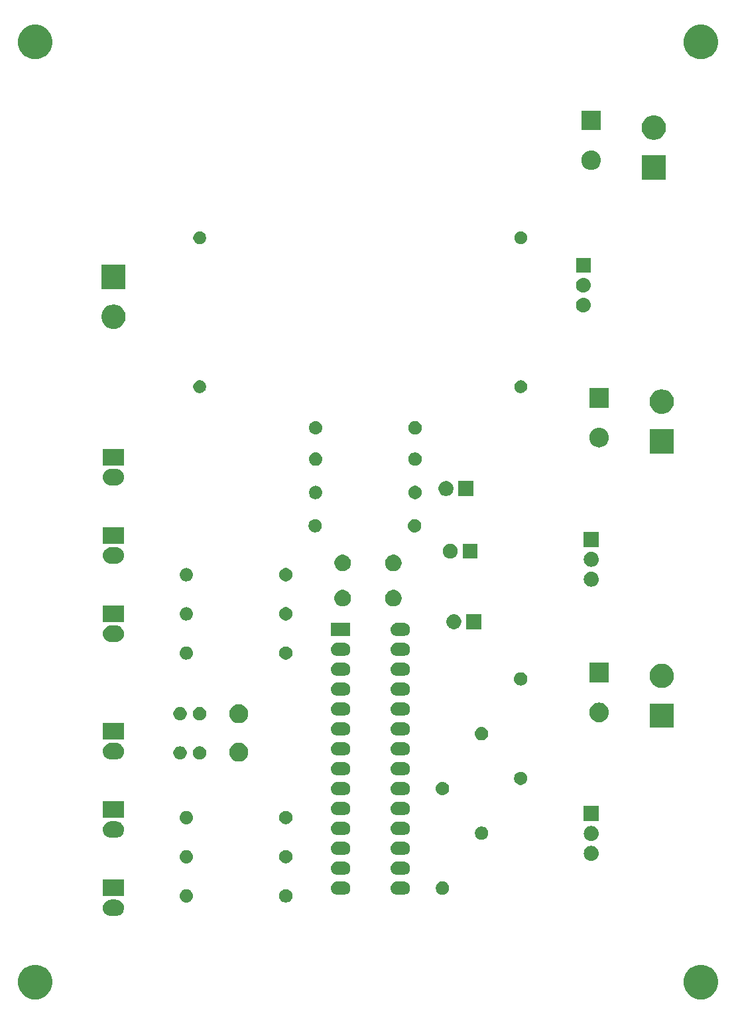
<source format=gbr>
G04 #@! TF.GenerationSoftware,KiCad,Pcbnew,(5.1.2)-2*
G04 #@! TF.CreationDate,2019-07-31T12:25:26+05:30*
G04 #@! TF.ProjectId,DoorInterlock29_07_2019,446f6f72-496e-4746-9572-6c6f636b3239,rev?*
G04 #@! TF.SameCoordinates,Original*
G04 #@! TF.FileFunction,Soldermask,Bot*
G04 #@! TF.FilePolarity,Negative*
%FSLAX46Y46*%
G04 Gerber Fmt 4.6, Leading zero omitted, Abs format (unit mm)*
G04 Created by KiCad (PCBNEW (5.1.2)-2) date 2019-07-31 12:25:26*
%MOMM*%
%LPD*%
G04 APERTURE LIST*
%ADD10C,0.100000*%
G04 APERTURE END LIST*
D10*
G36*
X150642007Y-152883582D02*
G01*
X151042563Y-153049498D01*
X151042565Y-153049499D01*
X151403056Y-153290371D01*
X151709629Y-153596944D01*
X151950501Y-153957435D01*
X151950502Y-153957437D01*
X152116418Y-154357993D01*
X152201000Y-154783219D01*
X152201000Y-155216781D01*
X152116418Y-155642007D01*
X151950502Y-156042563D01*
X151950501Y-156042565D01*
X151709629Y-156403056D01*
X151403056Y-156709629D01*
X151042565Y-156950501D01*
X151042564Y-156950502D01*
X151042563Y-156950502D01*
X150642007Y-157116418D01*
X150216781Y-157201000D01*
X149783219Y-157201000D01*
X149357993Y-157116418D01*
X148957437Y-156950502D01*
X148957436Y-156950502D01*
X148957435Y-156950501D01*
X148596944Y-156709629D01*
X148290371Y-156403056D01*
X148049499Y-156042565D01*
X148049498Y-156042563D01*
X147883582Y-155642007D01*
X147799000Y-155216781D01*
X147799000Y-154783219D01*
X147883582Y-154357993D01*
X148049498Y-153957437D01*
X148049499Y-153957435D01*
X148290371Y-153596944D01*
X148596944Y-153290371D01*
X148957435Y-153049499D01*
X148957437Y-153049498D01*
X149357993Y-152883582D01*
X149783219Y-152799000D01*
X150216781Y-152799000D01*
X150642007Y-152883582D01*
X150642007Y-152883582D01*
G37*
G36*
X65642007Y-152883582D02*
G01*
X66042563Y-153049498D01*
X66042565Y-153049499D01*
X66403056Y-153290371D01*
X66709629Y-153596944D01*
X66950501Y-153957435D01*
X66950502Y-153957437D01*
X67116418Y-154357993D01*
X67201000Y-154783219D01*
X67201000Y-155216781D01*
X67116418Y-155642007D01*
X66950502Y-156042563D01*
X66950501Y-156042565D01*
X66709629Y-156403056D01*
X66403056Y-156709629D01*
X66042565Y-156950501D01*
X66042564Y-156950502D01*
X66042563Y-156950502D01*
X65642007Y-157116418D01*
X65216781Y-157201000D01*
X64783219Y-157201000D01*
X64357993Y-157116418D01*
X63957437Y-156950502D01*
X63957436Y-156950502D01*
X63957435Y-156950501D01*
X63596944Y-156709629D01*
X63290371Y-156403056D01*
X63049499Y-156042565D01*
X63049498Y-156042563D01*
X62883582Y-155642007D01*
X62799000Y-155216781D01*
X62799000Y-154783219D01*
X62883582Y-154357993D01*
X63049498Y-153957437D01*
X63049499Y-153957435D01*
X63290371Y-153596944D01*
X63596944Y-153290371D01*
X63957435Y-153049499D01*
X63957437Y-153049498D01*
X64357993Y-152883582D01*
X64783219Y-152799000D01*
X65216781Y-152799000D01*
X65642007Y-152883582D01*
X65642007Y-152883582D01*
G37*
G36*
X75403097Y-144494069D02*
G01*
X75506032Y-144504207D01*
X75704146Y-144564305D01*
X75704149Y-144564306D01*
X75779644Y-144604659D01*
X75886729Y-144661897D01*
X76046765Y-144793235D01*
X76178103Y-144953271D01*
X76223939Y-145039025D01*
X76275694Y-145135851D01*
X76275695Y-145135854D01*
X76335793Y-145333968D01*
X76356085Y-145540000D01*
X76335793Y-145746032D01*
X76275695Y-145944146D01*
X76275694Y-145944149D01*
X76223939Y-146040975D01*
X76178103Y-146126729D01*
X76046765Y-146286765D01*
X75886729Y-146418103D01*
X75800975Y-146463939D01*
X75704149Y-146515694D01*
X75704146Y-146515695D01*
X75506032Y-146575793D01*
X75403097Y-146585931D01*
X75351631Y-146591000D01*
X74648369Y-146591000D01*
X74596903Y-146585931D01*
X74493968Y-146575793D01*
X74295854Y-146515695D01*
X74295851Y-146515694D01*
X74199025Y-146463939D01*
X74113271Y-146418103D01*
X73953235Y-146286765D01*
X73821897Y-146126729D01*
X73776061Y-146040975D01*
X73724306Y-145944149D01*
X73724305Y-145944146D01*
X73664207Y-145746032D01*
X73643915Y-145540000D01*
X73664207Y-145333968D01*
X73724305Y-145135854D01*
X73724306Y-145135851D01*
X73776061Y-145039025D01*
X73821897Y-144953271D01*
X73953235Y-144793235D01*
X74113271Y-144661897D01*
X74220356Y-144604659D01*
X74295851Y-144564306D01*
X74295854Y-144564305D01*
X74493968Y-144504207D01*
X74596903Y-144494069D01*
X74648369Y-144489000D01*
X75351631Y-144489000D01*
X75403097Y-144494069D01*
X75403097Y-144494069D01*
G37*
G36*
X84466823Y-143161313D02*
G01*
X84627242Y-143209976D01*
X84694361Y-143245852D01*
X84775078Y-143288996D01*
X84904659Y-143395341D01*
X85011004Y-143524922D01*
X85011005Y-143524924D01*
X85090024Y-143672758D01*
X85138687Y-143833177D01*
X85155117Y-144000000D01*
X85138687Y-144166823D01*
X85090024Y-144327242D01*
X85049477Y-144403100D01*
X85011004Y-144475078D01*
X84904659Y-144604659D01*
X84775078Y-144711004D01*
X84775076Y-144711005D01*
X84627242Y-144790024D01*
X84466823Y-144838687D01*
X84341804Y-144851000D01*
X84258196Y-144851000D01*
X84133177Y-144838687D01*
X83972758Y-144790024D01*
X83824924Y-144711005D01*
X83824922Y-144711004D01*
X83695341Y-144604659D01*
X83588996Y-144475078D01*
X83550523Y-144403100D01*
X83509976Y-144327242D01*
X83461313Y-144166823D01*
X83444883Y-144000000D01*
X83461313Y-143833177D01*
X83509976Y-143672758D01*
X83588995Y-143524924D01*
X83588996Y-143524922D01*
X83695341Y-143395341D01*
X83824922Y-143288996D01*
X83905639Y-143245852D01*
X83972758Y-143209976D01*
X84133177Y-143161313D01*
X84258196Y-143149000D01*
X84341804Y-143149000D01*
X84466823Y-143161313D01*
X84466823Y-143161313D01*
G37*
G36*
X97248228Y-143181703D02*
G01*
X97403100Y-143245853D01*
X97542481Y-143338985D01*
X97661015Y-143457519D01*
X97754147Y-143596900D01*
X97818297Y-143751772D01*
X97851000Y-143916184D01*
X97851000Y-144083816D01*
X97818297Y-144248228D01*
X97754147Y-144403100D01*
X97661015Y-144542481D01*
X97542481Y-144661015D01*
X97403100Y-144754147D01*
X97248228Y-144818297D01*
X97083816Y-144851000D01*
X96916184Y-144851000D01*
X96751772Y-144818297D01*
X96596900Y-144754147D01*
X96457519Y-144661015D01*
X96338985Y-144542481D01*
X96245853Y-144403100D01*
X96181703Y-144248228D01*
X96149000Y-144083816D01*
X96149000Y-143916184D01*
X96181703Y-143751772D01*
X96245853Y-143596900D01*
X96338985Y-143457519D01*
X96457519Y-143338985D01*
X96596900Y-143245853D01*
X96751772Y-143181703D01*
X96916184Y-143149000D01*
X97083816Y-143149000D01*
X97248228Y-143181703D01*
X97248228Y-143181703D01*
G37*
G36*
X76351000Y-144051000D02*
G01*
X73649000Y-144051000D01*
X73649000Y-141949000D01*
X76351000Y-141949000D01*
X76351000Y-144051000D01*
X76351000Y-144051000D01*
G37*
G36*
X104566823Y-142181313D02*
G01*
X104727242Y-142229976D01*
X104859906Y-142300886D01*
X104875078Y-142308996D01*
X105004659Y-142415341D01*
X105111004Y-142544922D01*
X105111005Y-142544924D01*
X105190024Y-142692758D01*
X105238687Y-142853177D01*
X105255117Y-143020000D01*
X105238687Y-143186823D01*
X105190024Y-143347242D01*
X105160169Y-143403097D01*
X105111004Y-143495078D01*
X105004659Y-143624659D01*
X104875078Y-143731004D01*
X104875076Y-143731005D01*
X104727242Y-143810024D01*
X104566823Y-143858687D01*
X104441804Y-143871000D01*
X103558196Y-143871000D01*
X103433177Y-143858687D01*
X103272758Y-143810024D01*
X103124924Y-143731005D01*
X103124922Y-143731004D01*
X102995341Y-143624659D01*
X102888996Y-143495078D01*
X102839831Y-143403097D01*
X102809976Y-143347242D01*
X102761313Y-143186823D01*
X102744883Y-143020000D01*
X102761313Y-142853177D01*
X102809976Y-142692758D01*
X102888995Y-142544924D01*
X102888996Y-142544922D01*
X102995341Y-142415341D01*
X103124922Y-142308996D01*
X103140094Y-142300886D01*
X103272758Y-142229976D01*
X103433177Y-142181313D01*
X103558196Y-142169000D01*
X104441804Y-142169000D01*
X104566823Y-142181313D01*
X104566823Y-142181313D01*
G37*
G36*
X112186823Y-142181313D02*
G01*
X112347242Y-142229976D01*
X112479906Y-142300886D01*
X112495078Y-142308996D01*
X112624659Y-142415341D01*
X112731004Y-142544922D01*
X112731005Y-142544924D01*
X112810024Y-142692758D01*
X112858687Y-142853177D01*
X112875117Y-143020000D01*
X112858687Y-143186823D01*
X112810024Y-143347242D01*
X112780169Y-143403097D01*
X112731004Y-143495078D01*
X112624659Y-143624659D01*
X112495078Y-143731004D01*
X112495076Y-143731005D01*
X112347242Y-143810024D01*
X112186823Y-143858687D01*
X112061804Y-143871000D01*
X111178196Y-143871000D01*
X111053177Y-143858687D01*
X110892758Y-143810024D01*
X110744924Y-143731005D01*
X110744922Y-143731004D01*
X110615341Y-143624659D01*
X110508996Y-143495078D01*
X110459831Y-143403097D01*
X110429976Y-143347242D01*
X110381313Y-143186823D01*
X110364883Y-143020000D01*
X110381313Y-142853177D01*
X110429976Y-142692758D01*
X110508995Y-142544924D01*
X110508996Y-142544922D01*
X110615341Y-142415341D01*
X110744922Y-142308996D01*
X110760094Y-142300886D01*
X110892758Y-142229976D01*
X111053177Y-142181313D01*
X111178196Y-142169000D01*
X112061804Y-142169000D01*
X112186823Y-142181313D01*
X112186823Y-142181313D01*
G37*
G36*
X117248228Y-142181703D02*
G01*
X117403100Y-142245853D01*
X117542481Y-142338985D01*
X117661015Y-142457519D01*
X117754147Y-142596900D01*
X117818297Y-142751772D01*
X117851000Y-142916184D01*
X117851000Y-143083816D01*
X117818297Y-143248228D01*
X117754147Y-143403100D01*
X117661015Y-143542481D01*
X117542481Y-143661015D01*
X117403100Y-143754147D01*
X117248228Y-143818297D01*
X117083816Y-143851000D01*
X116916184Y-143851000D01*
X116751772Y-143818297D01*
X116596900Y-143754147D01*
X116457519Y-143661015D01*
X116338985Y-143542481D01*
X116245853Y-143403100D01*
X116181703Y-143248228D01*
X116149000Y-143083816D01*
X116149000Y-142916184D01*
X116181703Y-142751772D01*
X116245853Y-142596900D01*
X116338985Y-142457519D01*
X116457519Y-142338985D01*
X116596900Y-142245853D01*
X116751772Y-142181703D01*
X116916184Y-142149000D01*
X117083816Y-142149000D01*
X117248228Y-142181703D01*
X117248228Y-142181703D01*
G37*
G36*
X104566823Y-139641313D02*
G01*
X104727242Y-139689976D01*
X104766584Y-139711005D01*
X104875078Y-139768996D01*
X105004659Y-139875341D01*
X105111004Y-140004922D01*
X105111005Y-140004924D01*
X105190024Y-140152758D01*
X105238687Y-140313177D01*
X105255117Y-140480000D01*
X105238687Y-140646823D01*
X105190024Y-140807242D01*
X105119114Y-140939906D01*
X105111004Y-140955078D01*
X105004659Y-141084659D01*
X104875078Y-141191004D01*
X104875076Y-141191005D01*
X104727242Y-141270024D01*
X104566823Y-141318687D01*
X104441804Y-141331000D01*
X103558196Y-141331000D01*
X103433177Y-141318687D01*
X103272758Y-141270024D01*
X103124924Y-141191005D01*
X103124922Y-141191004D01*
X102995341Y-141084659D01*
X102888996Y-140955078D01*
X102880886Y-140939906D01*
X102809976Y-140807242D01*
X102761313Y-140646823D01*
X102744883Y-140480000D01*
X102761313Y-140313177D01*
X102809976Y-140152758D01*
X102888995Y-140004924D01*
X102888996Y-140004922D01*
X102995341Y-139875341D01*
X103124922Y-139768996D01*
X103233416Y-139711005D01*
X103272758Y-139689976D01*
X103433177Y-139641313D01*
X103558196Y-139629000D01*
X104441804Y-139629000D01*
X104566823Y-139641313D01*
X104566823Y-139641313D01*
G37*
G36*
X112186823Y-139641313D02*
G01*
X112347242Y-139689976D01*
X112386584Y-139711005D01*
X112495078Y-139768996D01*
X112624659Y-139875341D01*
X112731004Y-140004922D01*
X112731005Y-140004924D01*
X112810024Y-140152758D01*
X112858687Y-140313177D01*
X112875117Y-140480000D01*
X112858687Y-140646823D01*
X112810024Y-140807242D01*
X112739114Y-140939906D01*
X112731004Y-140955078D01*
X112624659Y-141084659D01*
X112495078Y-141191004D01*
X112495076Y-141191005D01*
X112347242Y-141270024D01*
X112186823Y-141318687D01*
X112061804Y-141331000D01*
X111178196Y-141331000D01*
X111053177Y-141318687D01*
X110892758Y-141270024D01*
X110744924Y-141191005D01*
X110744922Y-141191004D01*
X110615341Y-141084659D01*
X110508996Y-140955078D01*
X110500886Y-140939906D01*
X110429976Y-140807242D01*
X110381313Y-140646823D01*
X110364883Y-140480000D01*
X110381313Y-140313177D01*
X110429976Y-140152758D01*
X110508995Y-140004924D01*
X110508996Y-140004922D01*
X110615341Y-139875341D01*
X110744922Y-139768996D01*
X110853416Y-139711005D01*
X110892758Y-139689976D01*
X111053177Y-139641313D01*
X111178196Y-139629000D01*
X112061804Y-139629000D01*
X112186823Y-139641313D01*
X112186823Y-139641313D01*
G37*
G36*
X97248228Y-138181703D02*
G01*
X97403100Y-138245853D01*
X97542481Y-138338985D01*
X97661015Y-138457519D01*
X97754147Y-138596900D01*
X97818297Y-138751772D01*
X97851000Y-138916184D01*
X97851000Y-139083816D01*
X97818297Y-139248228D01*
X97754147Y-139403100D01*
X97661015Y-139542481D01*
X97542481Y-139661015D01*
X97403100Y-139754147D01*
X97248228Y-139818297D01*
X97083816Y-139851000D01*
X96916184Y-139851000D01*
X96751772Y-139818297D01*
X96596900Y-139754147D01*
X96457519Y-139661015D01*
X96338985Y-139542481D01*
X96245853Y-139403100D01*
X96181703Y-139248228D01*
X96149000Y-139083816D01*
X96149000Y-138916184D01*
X96181703Y-138751772D01*
X96245853Y-138596900D01*
X96338985Y-138457519D01*
X96457519Y-138338985D01*
X96596900Y-138245853D01*
X96751772Y-138181703D01*
X96916184Y-138149000D01*
X97083816Y-138149000D01*
X97248228Y-138181703D01*
X97248228Y-138181703D01*
G37*
G36*
X84466823Y-138161313D02*
G01*
X84627242Y-138209976D01*
X84694361Y-138245852D01*
X84775078Y-138288996D01*
X84904659Y-138395341D01*
X85011004Y-138524922D01*
X85011005Y-138524924D01*
X85090024Y-138672758D01*
X85138687Y-138833177D01*
X85155117Y-139000000D01*
X85138687Y-139166823D01*
X85090024Y-139327242D01*
X85049477Y-139403100D01*
X85011004Y-139475078D01*
X84904659Y-139604659D01*
X84775078Y-139711004D01*
X84775076Y-139711005D01*
X84627242Y-139790024D01*
X84466823Y-139838687D01*
X84341804Y-139851000D01*
X84258196Y-139851000D01*
X84133177Y-139838687D01*
X83972758Y-139790024D01*
X83824924Y-139711005D01*
X83824922Y-139711004D01*
X83695341Y-139604659D01*
X83588996Y-139475078D01*
X83550523Y-139403100D01*
X83509976Y-139327242D01*
X83461313Y-139166823D01*
X83444883Y-139000000D01*
X83461313Y-138833177D01*
X83509976Y-138672758D01*
X83588995Y-138524924D01*
X83588996Y-138524922D01*
X83695341Y-138395341D01*
X83824922Y-138288996D01*
X83905639Y-138245852D01*
X83972758Y-138209976D01*
X84133177Y-138161313D01*
X84258196Y-138149000D01*
X84341804Y-138149000D01*
X84466823Y-138161313D01*
X84466823Y-138161313D01*
G37*
G36*
X136186425Y-137642760D02*
G01*
X136186428Y-137642761D01*
X136186429Y-137642761D01*
X136365693Y-137697140D01*
X136365696Y-137697142D01*
X136365697Y-137697142D01*
X136530903Y-137785446D01*
X136675712Y-137904288D01*
X136794554Y-138049097D01*
X136880545Y-138209976D01*
X136882860Y-138214307D01*
X136937239Y-138393571D01*
X136937240Y-138393575D01*
X136955601Y-138580000D01*
X136937240Y-138766425D01*
X136937239Y-138766428D01*
X136937239Y-138766429D01*
X136882860Y-138945693D01*
X136882858Y-138945696D01*
X136882858Y-138945697D01*
X136794554Y-139110903D01*
X136675712Y-139255712D01*
X136530903Y-139374554D01*
X136365697Y-139462858D01*
X136365693Y-139462860D01*
X136186429Y-139517239D01*
X136186428Y-139517239D01*
X136186425Y-139517240D01*
X136046718Y-139531000D01*
X135953282Y-139531000D01*
X135813575Y-139517240D01*
X135813572Y-139517239D01*
X135813571Y-139517239D01*
X135634307Y-139462860D01*
X135634303Y-139462858D01*
X135469097Y-139374554D01*
X135324288Y-139255712D01*
X135205446Y-139110903D01*
X135117142Y-138945697D01*
X135117142Y-138945696D01*
X135117140Y-138945693D01*
X135062761Y-138766429D01*
X135062761Y-138766428D01*
X135062760Y-138766425D01*
X135044399Y-138580000D01*
X135062760Y-138393575D01*
X135062761Y-138393571D01*
X135117140Y-138214307D01*
X135119455Y-138209976D01*
X135205446Y-138049097D01*
X135324288Y-137904288D01*
X135469097Y-137785446D01*
X135634303Y-137697142D01*
X135634304Y-137697142D01*
X135634307Y-137697140D01*
X135813571Y-137642761D01*
X135813572Y-137642761D01*
X135813575Y-137642760D01*
X135953282Y-137629000D01*
X136046718Y-137629000D01*
X136186425Y-137642760D01*
X136186425Y-137642760D01*
G37*
G36*
X104566823Y-137101313D02*
G01*
X104727242Y-137149976D01*
X104859906Y-137220886D01*
X104875078Y-137228996D01*
X105004659Y-137335341D01*
X105111004Y-137464922D01*
X105111005Y-137464924D01*
X105190024Y-137612758D01*
X105238687Y-137773177D01*
X105255117Y-137940000D01*
X105238687Y-138106823D01*
X105190024Y-138267242D01*
X105122500Y-138393571D01*
X105111004Y-138415078D01*
X105004659Y-138544659D01*
X104875078Y-138651004D01*
X104875076Y-138651005D01*
X104727242Y-138730024D01*
X104566823Y-138778687D01*
X104441804Y-138791000D01*
X103558196Y-138791000D01*
X103433177Y-138778687D01*
X103272758Y-138730024D01*
X103124924Y-138651005D01*
X103124922Y-138651004D01*
X102995341Y-138544659D01*
X102888996Y-138415078D01*
X102877500Y-138393571D01*
X102809976Y-138267242D01*
X102761313Y-138106823D01*
X102744883Y-137940000D01*
X102761313Y-137773177D01*
X102809976Y-137612758D01*
X102888995Y-137464924D01*
X102888996Y-137464922D01*
X102995341Y-137335341D01*
X103124922Y-137228996D01*
X103140094Y-137220886D01*
X103272758Y-137149976D01*
X103433177Y-137101313D01*
X103558196Y-137089000D01*
X104441804Y-137089000D01*
X104566823Y-137101313D01*
X104566823Y-137101313D01*
G37*
G36*
X112186823Y-137101313D02*
G01*
X112347242Y-137149976D01*
X112479906Y-137220886D01*
X112495078Y-137228996D01*
X112624659Y-137335341D01*
X112731004Y-137464922D01*
X112731005Y-137464924D01*
X112810024Y-137612758D01*
X112858687Y-137773177D01*
X112875117Y-137940000D01*
X112858687Y-138106823D01*
X112810024Y-138267242D01*
X112742500Y-138393571D01*
X112731004Y-138415078D01*
X112624659Y-138544659D01*
X112495078Y-138651004D01*
X112495076Y-138651005D01*
X112347242Y-138730024D01*
X112186823Y-138778687D01*
X112061804Y-138791000D01*
X111178196Y-138791000D01*
X111053177Y-138778687D01*
X110892758Y-138730024D01*
X110744924Y-138651005D01*
X110744922Y-138651004D01*
X110615341Y-138544659D01*
X110508996Y-138415078D01*
X110497500Y-138393571D01*
X110429976Y-138267242D01*
X110381313Y-138106823D01*
X110364883Y-137940000D01*
X110381313Y-137773177D01*
X110429976Y-137612758D01*
X110508995Y-137464924D01*
X110508996Y-137464922D01*
X110615341Y-137335341D01*
X110744922Y-137228996D01*
X110760094Y-137220886D01*
X110892758Y-137149976D01*
X111053177Y-137101313D01*
X111178196Y-137089000D01*
X112061804Y-137089000D01*
X112186823Y-137101313D01*
X112186823Y-137101313D01*
G37*
G36*
X136186425Y-135102760D02*
G01*
X136186428Y-135102761D01*
X136186429Y-135102761D01*
X136365693Y-135157140D01*
X136365696Y-135157142D01*
X136365697Y-135157142D01*
X136530903Y-135245446D01*
X136675712Y-135364288D01*
X136794554Y-135509097D01*
X136841485Y-135596900D01*
X136882860Y-135674307D01*
X136937239Y-135853571D01*
X136937240Y-135853575D01*
X136955601Y-136040000D01*
X136937240Y-136226425D01*
X136937239Y-136226428D01*
X136937239Y-136226429D01*
X136882860Y-136405693D01*
X136882858Y-136405696D01*
X136882858Y-136405697D01*
X136794554Y-136570903D01*
X136675712Y-136715712D01*
X136530903Y-136834554D01*
X136365697Y-136922858D01*
X136365693Y-136922860D01*
X136186429Y-136977239D01*
X136186428Y-136977239D01*
X136186425Y-136977240D01*
X136046718Y-136991000D01*
X135953282Y-136991000D01*
X135813575Y-136977240D01*
X135813572Y-136977239D01*
X135813571Y-136977239D01*
X135634307Y-136922860D01*
X135634303Y-136922858D01*
X135469097Y-136834554D01*
X135324288Y-136715712D01*
X135205446Y-136570903D01*
X135117142Y-136405697D01*
X135117142Y-136405696D01*
X135117140Y-136405693D01*
X135062761Y-136226429D01*
X135062761Y-136226428D01*
X135062760Y-136226425D01*
X135044399Y-136040000D01*
X135062760Y-135853575D01*
X135062761Y-135853571D01*
X135117140Y-135674307D01*
X135158515Y-135596900D01*
X135205446Y-135509097D01*
X135324288Y-135364288D01*
X135469097Y-135245446D01*
X135634303Y-135157142D01*
X135634304Y-135157142D01*
X135634307Y-135157140D01*
X135813571Y-135102761D01*
X135813572Y-135102761D01*
X135813575Y-135102760D01*
X135953282Y-135089000D01*
X136046718Y-135089000D01*
X136186425Y-135102760D01*
X136186425Y-135102760D01*
G37*
G36*
X122248228Y-135181703D02*
G01*
X122403100Y-135245853D01*
X122542481Y-135338985D01*
X122661015Y-135457519D01*
X122754147Y-135596900D01*
X122818297Y-135751772D01*
X122851000Y-135916184D01*
X122851000Y-136083816D01*
X122818297Y-136248228D01*
X122754147Y-136403100D01*
X122661015Y-136542481D01*
X122542481Y-136661015D01*
X122403100Y-136754147D01*
X122248228Y-136818297D01*
X122083816Y-136851000D01*
X121916184Y-136851000D01*
X121751772Y-136818297D01*
X121596900Y-136754147D01*
X121457519Y-136661015D01*
X121338985Y-136542481D01*
X121245853Y-136403100D01*
X121181703Y-136248228D01*
X121149000Y-136083816D01*
X121149000Y-135916184D01*
X121181703Y-135751772D01*
X121245853Y-135596900D01*
X121338985Y-135457519D01*
X121457519Y-135338985D01*
X121596900Y-135245853D01*
X121751772Y-135181703D01*
X121916184Y-135149000D01*
X122083816Y-135149000D01*
X122248228Y-135181703D01*
X122248228Y-135181703D01*
G37*
G36*
X75403097Y-134494069D02*
G01*
X75506032Y-134504207D01*
X75694286Y-134561314D01*
X75704149Y-134564306D01*
X75779644Y-134604659D01*
X75886729Y-134661897D01*
X76046765Y-134793235D01*
X76178103Y-134953271D01*
X76223939Y-135039025D01*
X76275694Y-135135851D01*
X76275695Y-135135854D01*
X76335793Y-135333968D01*
X76356085Y-135540000D01*
X76335793Y-135746032D01*
X76296647Y-135875076D01*
X76275694Y-135944149D01*
X76224460Y-136040000D01*
X76178103Y-136126729D01*
X76046765Y-136286765D01*
X75886729Y-136418103D01*
X75800975Y-136463939D01*
X75704149Y-136515694D01*
X75704146Y-136515695D01*
X75506032Y-136575793D01*
X75403097Y-136585931D01*
X75351631Y-136591000D01*
X74648369Y-136591000D01*
X74596903Y-136585931D01*
X74493968Y-136575793D01*
X74295854Y-136515695D01*
X74295851Y-136515694D01*
X74199025Y-136463939D01*
X74113271Y-136418103D01*
X73953235Y-136286765D01*
X73821897Y-136126729D01*
X73775540Y-136040000D01*
X73724306Y-135944149D01*
X73703353Y-135875076D01*
X73664207Y-135746032D01*
X73643915Y-135540000D01*
X73664207Y-135333968D01*
X73724305Y-135135854D01*
X73724306Y-135135851D01*
X73776061Y-135039025D01*
X73821897Y-134953271D01*
X73953235Y-134793235D01*
X74113271Y-134661897D01*
X74220356Y-134604659D01*
X74295851Y-134564306D01*
X74305714Y-134561314D01*
X74493968Y-134504207D01*
X74596903Y-134494069D01*
X74648369Y-134489000D01*
X75351631Y-134489000D01*
X75403097Y-134494069D01*
X75403097Y-134494069D01*
G37*
G36*
X112186823Y-134561313D02*
G01*
X112347242Y-134609976D01*
X112442729Y-134661015D01*
X112495078Y-134688996D01*
X112624659Y-134795341D01*
X112731004Y-134924922D01*
X112731005Y-134924924D01*
X112810024Y-135072758D01*
X112858687Y-135233177D01*
X112875117Y-135400000D01*
X112858687Y-135566823D01*
X112810024Y-135727242D01*
X112796912Y-135751772D01*
X112731004Y-135875078D01*
X112624659Y-136004659D01*
X112495078Y-136111004D01*
X112495076Y-136111005D01*
X112347242Y-136190024D01*
X112186823Y-136238687D01*
X112061804Y-136251000D01*
X111178196Y-136251000D01*
X111053177Y-136238687D01*
X110892758Y-136190024D01*
X110744924Y-136111005D01*
X110744922Y-136111004D01*
X110615341Y-136004659D01*
X110508996Y-135875078D01*
X110443088Y-135751772D01*
X110429976Y-135727242D01*
X110381313Y-135566823D01*
X110364883Y-135400000D01*
X110381313Y-135233177D01*
X110429976Y-135072758D01*
X110508995Y-134924924D01*
X110508996Y-134924922D01*
X110615341Y-134795341D01*
X110744922Y-134688996D01*
X110797271Y-134661015D01*
X110892758Y-134609976D01*
X111053177Y-134561313D01*
X111178196Y-134549000D01*
X112061804Y-134549000D01*
X112186823Y-134561313D01*
X112186823Y-134561313D01*
G37*
G36*
X104566823Y-134561313D02*
G01*
X104727242Y-134609976D01*
X104822729Y-134661015D01*
X104875078Y-134688996D01*
X105004659Y-134795341D01*
X105111004Y-134924922D01*
X105111005Y-134924924D01*
X105190024Y-135072758D01*
X105238687Y-135233177D01*
X105255117Y-135400000D01*
X105238687Y-135566823D01*
X105190024Y-135727242D01*
X105176912Y-135751772D01*
X105111004Y-135875078D01*
X105004659Y-136004659D01*
X104875078Y-136111004D01*
X104875076Y-136111005D01*
X104727242Y-136190024D01*
X104566823Y-136238687D01*
X104441804Y-136251000D01*
X103558196Y-136251000D01*
X103433177Y-136238687D01*
X103272758Y-136190024D01*
X103124924Y-136111005D01*
X103124922Y-136111004D01*
X102995341Y-136004659D01*
X102888996Y-135875078D01*
X102823088Y-135751772D01*
X102809976Y-135727242D01*
X102761313Y-135566823D01*
X102744883Y-135400000D01*
X102761313Y-135233177D01*
X102809976Y-135072758D01*
X102888995Y-134924924D01*
X102888996Y-134924922D01*
X102995341Y-134795341D01*
X103124922Y-134688996D01*
X103177271Y-134661015D01*
X103272758Y-134609976D01*
X103433177Y-134561313D01*
X103558196Y-134549000D01*
X104441804Y-134549000D01*
X104566823Y-134561313D01*
X104566823Y-134561313D01*
G37*
G36*
X84466823Y-133161313D02*
G01*
X84627242Y-133209976D01*
X84694361Y-133245852D01*
X84775078Y-133288996D01*
X84904659Y-133395341D01*
X85011004Y-133524922D01*
X85011005Y-133524924D01*
X85090024Y-133672758D01*
X85138687Y-133833177D01*
X85155117Y-134000000D01*
X85138687Y-134166823D01*
X85090024Y-134327242D01*
X85049477Y-134403100D01*
X85011004Y-134475078D01*
X84904659Y-134604659D01*
X84775078Y-134711004D01*
X84775076Y-134711005D01*
X84627242Y-134790024D01*
X84466823Y-134838687D01*
X84341804Y-134851000D01*
X84258196Y-134851000D01*
X84133177Y-134838687D01*
X83972758Y-134790024D01*
X83824924Y-134711005D01*
X83824922Y-134711004D01*
X83695341Y-134604659D01*
X83588996Y-134475078D01*
X83550523Y-134403100D01*
X83509976Y-134327242D01*
X83461313Y-134166823D01*
X83444883Y-134000000D01*
X83461313Y-133833177D01*
X83509976Y-133672758D01*
X83588995Y-133524924D01*
X83588996Y-133524922D01*
X83695341Y-133395341D01*
X83824922Y-133288996D01*
X83905639Y-133245852D01*
X83972758Y-133209976D01*
X84133177Y-133161313D01*
X84258196Y-133149000D01*
X84341804Y-133149000D01*
X84466823Y-133161313D01*
X84466823Y-133161313D01*
G37*
G36*
X97248228Y-133181703D02*
G01*
X97403100Y-133245853D01*
X97542481Y-133338985D01*
X97661015Y-133457519D01*
X97754147Y-133596900D01*
X97818297Y-133751772D01*
X97851000Y-133916184D01*
X97851000Y-134083816D01*
X97818297Y-134248228D01*
X97754147Y-134403100D01*
X97661015Y-134542481D01*
X97542481Y-134661015D01*
X97403100Y-134754147D01*
X97248228Y-134818297D01*
X97083816Y-134851000D01*
X96916184Y-134851000D01*
X96751772Y-134818297D01*
X96596900Y-134754147D01*
X96457519Y-134661015D01*
X96338985Y-134542481D01*
X96245853Y-134403100D01*
X96181703Y-134248228D01*
X96149000Y-134083816D01*
X96149000Y-133916184D01*
X96181703Y-133751772D01*
X96245853Y-133596900D01*
X96338985Y-133457519D01*
X96457519Y-133338985D01*
X96596900Y-133245853D01*
X96751772Y-133181703D01*
X96916184Y-133149000D01*
X97083816Y-133149000D01*
X97248228Y-133181703D01*
X97248228Y-133181703D01*
G37*
G36*
X136951000Y-134451000D02*
G01*
X135049000Y-134451000D01*
X135049000Y-132549000D01*
X136951000Y-132549000D01*
X136951000Y-134451000D01*
X136951000Y-134451000D01*
G37*
G36*
X76351000Y-134051000D02*
G01*
X73649000Y-134051000D01*
X73649000Y-131949000D01*
X76351000Y-131949000D01*
X76351000Y-134051000D01*
X76351000Y-134051000D01*
G37*
G36*
X112186823Y-132021313D02*
G01*
X112347242Y-132069976D01*
X112479906Y-132140886D01*
X112495078Y-132148996D01*
X112624659Y-132255341D01*
X112731004Y-132384922D01*
X112731005Y-132384924D01*
X112810024Y-132532758D01*
X112858687Y-132693177D01*
X112875117Y-132860000D01*
X112858687Y-133026823D01*
X112810024Y-133187242D01*
X112755636Y-133288995D01*
X112731004Y-133335078D01*
X112624659Y-133464659D01*
X112495078Y-133571004D01*
X112495076Y-133571005D01*
X112347242Y-133650024D01*
X112186823Y-133698687D01*
X112061804Y-133711000D01*
X111178196Y-133711000D01*
X111053177Y-133698687D01*
X110892758Y-133650024D01*
X110744924Y-133571005D01*
X110744922Y-133571004D01*
X110615341Y-133464659D01*
X110508996Y-133335078D01*
X110484364Y-133288995D01*
X110429976Y-133187242D01*
X110381313Y-133026823D01*
X110364883Y-132860000D01*
X110381313Y-132693177D01*
X110429976Y-132532758D01*
X110508995Y-132384924D01*
X110508996Y-132384922D01*
X110615341Y-132255341D01*
X110744922Y-132148996D01*
X110760094Y-132140886D01*
X110892758Y-132069976D01*
X111053177Y-132021313D01*
X111178196Y-132009000D01*
X112061804Y-132009000D01*
X112186823Y-132021313D01*
X112186823Y-132021313D01*
G37*
G36*
X104566823Y-132021313D02*
G01*
X104727242Y-132069976D01*
X104859906Y-132140886D01*
X104875078Y-132148996D01*
X105004659Y-132255341D01*
X105111004Y-132384922D01*
X105111005Y-132384924D01*
X105190024Y-132532758D01*
X105238687Y-132693177D01*
X105255117Y-132860000D01*
X105238687Y-133026823D01*
X105190024Y-133187242D01*
X105135636Y-133288995D01*
X105111004Y-133335078D01*
X105004659Y-133464659D01*
X104875078Y-133571004D01*
X104875076Y-133571005D01*
X104727242Y-133650024D01*
X104566823Y-133698687D01*
X104441804Y-133711000D01*
X103558196Y-133711000D01*
X103433177Y-133698687D01*
X103272758Y-133650024D01*
X103124924Y-133571005D01*
X103124922Y-133571004D01*
X102995341Y-133464659D01*
X102888996Y-133335078D01*
X102864364Y-133288995D01*
X102809976Y-133187242D01*
X102761313Y-133026823D01*
X102744883Y-132860000D01*
X102761313Y-132693177D01*
X102809976Y-132532758D01*
X102888995Y-132384924D01*
X102888996Y-132384922D01*
X102995341Y-132255341D01*
X103124922Y-132148996D01*
X103140094Y-132140886D01*
X103272758Y-132069976D01*
X103433177Y-132021313D01*
X103558196Y-132009000D01*
X104441804Y-132009000D01*
X104566823Y-132021313D01*
X104566823Y-132021313D01*
G37*
G36*
X104566823Y-129481313D02*
G01*
X104727242Y-129529976D01*
X104859906Y-129600886D01*
X104875078Y-129608996D01*
X105004659Y-129715341D01*
X105111004Y-129844922D01*
X105111005Y-129844924D01*
X105190024Y-129992758D01*
X105238687Y-130153177D01*
X105255117Y-130320000D01*
X105238687Y-130486823D01*
X105190024Y-130647242D01*
X105121695Y-130775076D01*
X105111004Y-130795078D01*
X105004659Y-130924659D01*
X104875078Y-131031004D01*
X104875076Y-131031005D01*
X104727242Y-131110024D01*
X104566823Y-131158687D01*
X104441804Y-131171000D01*
X103558196Y-131171000D01*
X103433177Y-131158687D01*
X103272758Y-131110024D01*
X103124924Y-131031005D01*
X103124922Y-131031004D01*
X102995341Y-130924659D01*
X102888996Y-130795078D01*
X102878305Y-130775076D01*
X102809976Y-130647242D01*
X102761313Y-130486823D01*
X102744883Y-130320000D01*
X102761313Y-130153177D01*
X102809976Y-129992758D01*
X102888995Y-129844924D01*
X102888996Y-129844922D01*
X102995341Y-129715341D01*
X103124922Y-129608996D01*
X103140094Y-129600886D01*
X103272758Y-129529976D01*
X103433177Y-129481313D01*
X103558196Y-129469000D01*
X104441804Y-129469000D01*
X104566823Y-129481313D01*
X104566823Y-129481313D01*
G37*
G36*
X112186823Y-129481313D02*
G01*
X112347242Y-129529976D01*
X112479906Y-129600886D01*
X112495078Y-129608996D01*
X112624659Y-129715341D01*
X112731004Y-129844922D01*
X112731005Y-129844924D01*
X112810024Y-129992758D01*
X112858687Y-130153177D01*
X112875117Y-130320000D01*
X112858687Y-130486823D01*
X112810024Y-130647242D01*
X112741695Y-130775076D01*
X112731004Y-130795078D01*
X112624659Y-130924659D01*
X112495078Y-131031004D01*
X112495076Y-131031005D01*
X112347242Y-131110024D01*
X112186823Y-131158687D01*
X112061804Y-131171000D01*
X111178196Y-131171000D01*
X111053177Y-131158687D01*
X110892758Y-131110024D01*
X110744924Y-131031005D01*
X110744922Y-131031004D01*
X110615341Y-130924659D01*
X110508996Y-130795078D01*
X110498305Y-130775076D01*
X110429976Y-130647242D01*
X110381313Y-130486823D01*
X110364883Y-130320000D01*
X110381313Y-130153177D01*
X110429976Y-129992758D01*
X110508995Y-129844924D01*
X110508996Y-129844922D01*
X110615341Y-129715341D01*
X110744922Y-129608996D01*
X110760094Y-129600886D01*
X110892758Y-129529976D01*
X111053177Y-129481313D01*
X111178196Y-129469000D01*
X112061804Y-129469000D01*
X112186823Y-129481313D01*
X112186823Y-129481313D01*
G37*
G36*
X117166823Y-129461313D02*
G01*
X117327242Y-129509976D01*
X117459906Y-129580886D01*
X117475078Y-129588996D01*
X117604659Y-129695341D01*
X117711004Y-129824922D01*
X117711005Y-129824924D01*
X117790024Y-129972758D01*
X117838687Y-130133177D01*
X117855117Y-130300000D01*
X117838687Y-130466823D01*
X117790024Y-130627242D01*
X117719114Y-130759906D01*
X117711004Y-130775078D01*
X117604659Y-130904659D01*
X117475078Y-131011004D01*
X117475076Y-131011005D01*
X117327242Y-131090024D01*
X117166823Y-131138687D01*
X117041804Y-131151000D01*
X116958196Y-131151000D01*
X116833177Y-131138687D01*
X116672758Y-131090024D01*
X116524924Y-131011005D01*
X116524922Y-131011004D01*
X116395341Y-130904659D01*
X116288996Y-130775078D01*
X116280886Y-130759906D01*
X116209976Y-130627242D01*
X116161313Y-130466823D01*
X116144883Y-130300000D01*
X116161313Y-130133177D01*
X116209976Y-129972758D01*
X116288995Y-129824924D01*
X116288996Y-129824922D01*
X116395341Y-129695341D01*
X116524922Y-129588996D01*
X116540094Y-129580886D01*
X116672758Y-129509976D01*
X116833177Y-129461313D01*
X116958196Y-129449000D01*
X117041804Y-129449000D01*
X117166823Y-129461313D01*
X117166823Y-129461313D01*
G37*
G36*
X127248228Y-128181703D02*
G01*
X127403100Y-128245853D01*
X127542481Y-128338985D01*
X127661015Y-128457519D01*
X127754147Y-128596900D01*
X127818297Y-128751772D01*
X127851000Y-128916184D01*
X127851000Y-129083816D01*
X127818297Y-129248228D01*
X127754147Y-129403100D01*
X127661015Y-129542481D01*
X127542481Y-129661015D01*
X127403100Y-129754147D01*
X127248228Y-129818297D01*
X127083816Y-129851000D01*
X126916184Y-129851000D01*
X126751772Y-129818297D01*
X126596900Y-129754147D01*
X126457519Y-129661015D01*
X126338985Y-129542481D01*
X126245853Y-129403100D01*
X126181703Y-129248228D01*
X126149000Y-129083816D01*
X126149000Y-128916184D01*
X126181703Y-128751772D01*
X126245853Y-128596900D01*
X126338985Y-128457519D01*
X126457519Y-128338985D01*
X126596900Y-128245853D01*
X126751772Y-128181703D01*
X126916184Y-128149000D01*
X127083816Y-128149000D01*
X127248228Y-128181703D01*
X127248228Y-128181703D01*
G37*
G36*
X104566823Y-126941313D02*
G01*
X104727242Y-126989976D01*
X104859906Y-127060886D01*
X104875078Y-127068996D01*
X105004659Y-127175341D01*
X105111004Y-127304922D01*
X105111005Y-127304924D01*
X105190024Y-127452758D01*
X105238687Y-127613177D01*
X105255117Y-127780000D01*
X105238687Y-127946823D01*
X105190024Y-128107242D01*
X105119114Y-128239906D01*
X105111004Y-128255078D01*
X105004659Y-128384659D01*
X104875078Y-128491004D01*
X104875076Y-128491005D01*
X104727242Y-128570024D01*
X104566823Y-128618687D01*
X104441804Y-128631000D01*
X103558196Y-128631000D01*
X103433177Y-128618687D01*
X103272758Y-128570024D01*
X103124924Y-128491005D01*
X103124922Y-128491004D01*
X102995341Y-128384659D01*
X102888996Y-128255078D01*
X102880886Y-128239906D01*
X102809976Y-128107242D01*
X102761313Y-127946823D01*
X102744883Y-127780000D01*
X102761313Y-127613177D01*
X102809976Y-127452758D01*
X102888995Y-127304924D01*
X102888996Y-127304922D01*
X102995341Y-127175341D01*
X103124922Y-127068996D01*
X103140094Y-127060886D01*
X103272758Y-126989976D01*
X103433177Y-126941313D01*
X103558196Y-126929000D01*
X104441804Y-126929000D01*
X104566823Y-126941313D01*
X104566823Y-126941313D01*
G37*
G36*
X112186823Y-126941313D02*
G01*
X112347242Y-126989976D01*
X112479906Y-127060886D01*
X112495078Y-127068996D01*
X112624659Y-127175341D01*
X112731004Y-127304922D01*
X112731005Y-127304924D01*
X112810024Y-127452758D01*
X112858687Y-127613177D01*
X112875117Y-127780000D01*
X112858687Y-127946823D01*
X112810024Y-128107242D01*
X112739114Y-128239906D01*
X112731004Y-128255078D01*
X112624659Y-128384659D01*
X112495078Y-128491004D01*
X112495076Y-128491005D01*
X112347242Y-128570024D01*
X112186823Y-128618687D01*
X112061804Y-128631000D01*
X111178196Y-128631000D01*
X111053177Y-128618687D01*
X110892758Y-128570024D01*
X110744924Y-128491005D01*
X110744922Y-128491004D01*
X110615341Y-128384659D01*
X110508996Y-128255078D01*
X110500886Y-128239906D01*
X110429976Y-128107242D01*
X110381313Y-127946823D01*
X110364883Y-127780000D01*
X110381313Y-127613177D01*
X110429976Y-127452758D01*
X110508995Y-127304924D01*
X110508996Y-127304922D01*
X110615341Y-127175341D01*
X110744922Y-127068996D01*
X110760094Y-127060886D01*
X110892758Y-126989976D01*
X111053177Y-126941313D01*
X111178196Y-126929000D01*
X112061804Y-126929000D01*
X112186823Y-126941313D01*
X112186823Y-126941313D01*
G37*
G36*
X91350318Y-124495153D02*
G01*
X91568885Y-124585687D01*
X91568887Y-124585688D01*
X91765593Y-124717122D01*
X91932878Y-124884407D01*
X92007343Y-124995853D01*
X92064313Y-125081115D01*
X92154847Y-125299682D01*
X92201000Y-125531710D01*
X92201000Y-125768290D01*
X92154847Y-126000318D01*
X92091563Y-126153097D01*
X92064312Y-126218887D01*
X91932878Y-126415593D01*
X91765593Y-126582878D01*
X91568887Y-126714312D01*
X91568886Y-126714313D01*
X91568885Y-126714313D01*
X91350318Y-126804847D01*
X91118290Y-126851000D01*
X90881710Y-126851000D01*
X90649682Y-126804847D01*
X90431115Y-126714313D01*
X90431114Y-126714313D01*
X90431113Y-126714312D01*
X90234407Y-126582878D01*
X90067122Y-126415593D01*
X89935688Y-126218887D01*
X89908437Y-126153097D01*
X89845153Y-126000318D01*
X89799000Y-125768290D01*
X89799000Y-125531710D01*
X89845153Y-125299682D01*
X89935687Y-125081115D01*
X89992657Y-124995853D01*
X90067122Y-124884407D01*
X90234407Y-124717122D01*
X90431113Y-124585688D01*
X90431115Y-124585687D01*
X90649682Y-124495153D01*
X90881710Y-124449000D01*
X91118290Y-124449000D01*
X91350318Y-124495153D01*
X91350318Y-124495153D01*
G37*
G36*
X83748228Y-124931703D02*
G01*
X83903100Y-124995853D01*
X84042481Y-125088985D01*
X84161015Y-125207519D01*
X84254147Y-125346900D01*
X84318297Y-125501772D01*
X84351000Y-125666184D01*
X84351000Y-125833816D01*
X84318297Y-125998228D01*
X84254147Y-126153100D01*
X84161015Y-126292481D01*
X84042481Y-126411015D01*
X83903100Y-126504147D01*
X83748228Y-126568297D01*
X83583816Y-126601000D01*
X83416184Y-126601000D01*
X83251772Y-126568297D01*
X83096900Y-126504147D01*
X82957519Y-126411015D01*
X82838985Y-126292481D01*
X82745853Y-126153100D01*
X82681703Y-125998228D01*
X82649000Y-125833816D01*
X82649000Y-125666184D01*
X82681703Y-125501772D01*
X82745853Y-125346900D01*
X82838985Y-125207519D01*
X82957519Y-125088985D01*
X83096900Y-124995853D01*
X83251772Y-124931703D01*
X83416184Y-124899000D01*
X83583816Y-124899000D01*
X83748228Y-124931703D01*
X83748228Y-124931703D01*
G37*
G36*
X86248228Y-124931703D02*
G01*
X86403100Y-124995853D01*
X86542481Y-125088985D01*
X86661015Y-125207519D01*
X86754147Y-125346900D01*
X86818297Y-125501772D01*
X86851000Y-125666184D01*
X86851000Y-125833816D01*
X86818297Y-125998228D01*
X86754147Y-126153100D01*
X86661015Y-126292481D01*
X86542481Y-126411015D01*
X86403100Y-126504147D01*
X86248228Y-126568297D01*
X86083816Y-126601000D01*
X85916184Y-126601000D01*
X85751772Y-126568297D01*
X85596900Y-126504147D01*
X85457519Y-126411015D01*
X85338985Y-126292481D01*
X85245853Y-126153100D01*
X85181703Y-125998228D01*
X85149000Y-125833816D01*
X85149000Y-125666184D01*
X85181703Y-125501772D01*
X85245853Y-125346900D01*
X85338985Y-125207519D01*
X85457519Y-125088985D01*
X85596900Y-124995853D01*
X85751772Y-124931703D01*
X85916184Y-124899000D01*
X86083816Y-124899000D01*
X86248228Y-124931703D01*
X86248228Y-124931703D01*
G37*
G36*
X75403097Y-124494069D02*
G01*
X75506032Y-124504207D01*
X75704146Y-124564305D01*
X75704149Y-124564306D01*
X75800975Y-124616061D01*
X75886729Y-124661897D01*
X76046765Y-124793235D01*
X76178103Y-124953271D01*
X76200863Y-124995852D01*
X76275694Y-125135851D01*
X76275695Y-125135854D01*
X76335793Y-125333968D01*
X76356085Y-125540000D01*
X76335793Y-125746032D01*
X76305874Y-125844659D01*
X76275694Y-125944149D01*
X76272029Y-125951005D01*
X76178103Y-126126729D01*
X76046765Y-126286765D01*
X75886729Y-126418103D01*
X75800975Y-126463939D01*
X75704149Y-126515694D01*
X75704146Y-126515695D01*
X75506032Y-126575793D01*
X75403097Y-126585931D01*
X75351631Y-126591000D01*
X74648369Y-126591000D01*
X74596903Y-126585931D01*
X74493968Y-126575793D01*
X74295854Y-126515695D01*
X74295851Y-126515694D01*
X74199025Y-126463939D01*
X74113271Y-126418103D01*
X73953235Y-126286765D01*
X73821897Y-126126729D01*
X73727971Y-125951005D01*
X73724306Y-125944149D01*
X73694126Y-125844659D01*
X73664207Y-125746032D01*
X73643915Y-125540000D01*
X73664207Y-125333968D01*
X73724305Y-125135854D01*
X73724306Y-125135851D01*
X73799137Y-124995852D01*
X73821897Y-124953271D01*
X73953235Y-124793235D01*
X74113271Y-124661897D01*
X74199025Y-124616061D01*
X74295851Y-124564306D01*
X74295854Y-124564305D01*
X74493968Y-124504207D01*
X74596903Y-124494069D01*
X74648369Y-124489000D01*
X75351631Y-124489000D01*
X75403097Y-124494069D01*
X75403097Y-124494069D01*
G37*
G36*
X104566823Y-124401313D02*
G01*
X104727242Y-124449976D01*
X104811762Y-124495153D01*
X104875078Y-124528996D01*
X105004659Y-124635341D01*
X105111004Y-124764922D01*
X105111005Y-124764924D01*
X105190024Y-124912758D01*
X105238687Y-125073177D01*
X105255117Y-125240000D01*
X105238687Y-125406823D01*
X105190024Y-125567242D01*
X105137138Y-125666184D01*
X105111004Y-125715078D01*
X105004659Y-125844659D01*
X104875078Y-125951004D01*
X104875076Y-125951005D01*
X104727242Y-126030024D01*
X104566823Y-126078687D01*
X104441804Y-126091000D01*
X103558196Y-126091000D01*
X103433177Y-126078687D01*
X103272758Y-126030024D01*
X103124924Y-125951005D01*
X103124922Y-125951004D01*
X102995341Y-125844659D01*
X102888996Y-125715078D01*
X102862862Y-125666184D01*
X102809976Y-125567242D01*
X102761313Y-125406823D01*
X102744883Y-125240000D01*
X102761313Y-125073177D01*
X102809976Y-124912758D01*
X102888995Y-124764924D01*
X102888996Y-124764922D01*
X102995341Y-124635341D01*
X103124922Y-124528996D01*
X103188238Y-124495153D01*
X103272758Y-124449976D01*
X103433177Y-124401313D01*
X103558196Y-124389000D01*
X104441804Y-124389000D01*
X104566823Y-124401313D01*
X104566823Y-124401313D01*
G37*
G36*
X112186823Y-124401313D02*
G01*
X112347242Y-124449976D01*
X112431762Y-124495153D01*
X112495078Y-124528996D01*
X112624659Y-124635341D01*
X112731004Y-124764922D01*
X112731005Y-124764924D01*
X112810024Y-124912758D01*
X112858687Y-125073177D01*
X112875117Y-125240000D01*
X112858687Y-125406823D01*
X112810024Y-125567242D01*
X112757138Y-125666184D01*
X112731004Y-125715078D01*
X112624659Y-125844659D01*
X112495078Y-125951004D01*
X112495076Y-125951005D01*
X112347242Y-126030024D01*
X112186823Y-126078687D01*
X112061804Y-126091000D01*
X111178196Y-126091000D01*
X111053177Y-126078687D01*
X110892758Y-126030024D01*
X110744924Y-125951005D01*
X110744922Y-125951004D01*
X110615341Y-125844659D01*
X110508996Y-125715078D01*
X110482862Y-125666184D01*
X110429976Y-125567242D01*
X110381313Y-125406823D01*
X110364883Y-125240000D01*
X110381313Y-125073177D01*
X110429976Y-124912758D01*
X110508995Y-124764924D01*
X110508996Y-124764922D01*
X110615341Y-124635341D01*
X110744922Y-124528996D01*
X110808238Y-124495153D01*
X110892758Y-124449976D01*
X111053177Y-124401313D01*
X111178196Y-124389000D01*
X112061804Y-124389000D01*
X112186823Y-124401313D01*
X112186823Y-124401313D01*
G37*
G36*
X122166823Y-122461313D02*
G01*
X122327242Y-122509976D01*
X122403992Y-122551000D01*
X122475078Y-122588996D01*
X122604659Y-122695341D01*
X122711004Y-122824922D01*
X122711005Y-122824924D01*
X122790024Y-122972758D01*
X122838687Y-123133177D01*
X122855117Y-123300000D01*
X122838687Y-123466823D01*
X122790024Y-123627242D01*
X122719114Y-123759906D01*
X122711004Y-123775078D01*
X122604659Y-123904659D01*
X122475078Y-124011004D01*
X122475076Y-124011005D01*
X122327242Y-124090024D01*
X122166823Y-124138687D01*
X122041804Y-124151000D01*
X121958196Y-124151000D01*
X121833177Y-124138687D01*
X121672758Y-124090024D01*
X121524924Y-124011005D01*
X121524922Y-124011004D01*
X121395341Y-123904659D01*
X121288996Y-123775078D01*
X121280886Y-123759906D01*
X121209976Y-123627242D01*
X121161313Y-123466823D01*
X121144883Y-123300000D01*
X121161313Y-123133177D01*
X121209976Y-122972758D01*
X121288995Y-122824924D01*
X121288996Y-122824922D01*
X121395341Y-122695341D01*
X121524922Y-122588996D01*
X121596008Y-122551000D01*
X121672758Y-122509976D01*
X121833177Y-122461313D01*
X121958196Y-122449000D01*
X122041804Y-122449000D01*
X122166823Y-122461313D01*
X122166823Y-122461313D01*
G37*
G36*
X76351000Y-124051000D02*
G01*
X73649000Y-124051000D01*
X73649000Y-121949000D01*
X76351000Y-121949000D01*
X76351000Y-124051000D01*
X76351000Y-124051000D01*
G37*
G36*
X104566823Y-121861313D02*
G01*
X104727242Y-121909976D01*
X104803992Y-121951000D01*
X104875078Y-121988996D01*
X105004659Y-122095341D01*
X105111004Y-122224922D01*
X105111005Y-122224924D01*
X105190024Y-122372758D01*
X105238687Y-122533177D01*
X105255117Y-122700000D01*
X105238687Y-122866823D01*
X105190024Y-123027242D01*
X105119114Y-123159906D01*
X105111004Y-123175078D01*
X105004659Y-123304659D01*
X104875078Y-123411004D01*
X104875076Y-123411005D01*
X104727242Y-123490024D01*
X104566823Y-123538687D01*
X104441804Y-123551000D01*
X103558196Y-123551000D01*
X103433177Y-123538687D01*
X103272758Y-123490024D01*
X103124924Y-123411005D01*
X103124922Y-123411004D01*
X102995341Y-123304659D01*
X102888996Y-123175078D01*
X102880886Y-123159906D01*
X102809976Y-123027242D01*
X102761313Y-122866823D01*
X102744883Y-122700000D01*
X102761313Y-122533177D01*
X102809976Y-122372758D01*
X102888995Y-122224924D01*
X102888996Y-122224922D01*
X102995341Y-122095341D01*
X103124922Y-121988996D01*
X103196008Y-121951000D01*
X103272758Y-121909976D01*
X103433177Y-121861313D01*
X103558196Y-121849000D01*
X104441804Y-121849000D01*
X104566823Y-121861313D01*
X104566823Y-121861313D01*
G37*
G36*
X112186823Y-121861313D02*
G01*
X112347242Y-121909976D01*
X112423992Y-121951000D01*
X112495078Y-121988996D01*
X112624659Y-122095341D01*
X112731004Y-122224922D01*
X112731005Y-122224924D01*
X112810024Y-122372758D01*
X112858687Y-122533177D01*
X112875117Y-122700000D01*
X112858687Y-122866823D01*
X112810024Y-123027242D01*
X112739114Y-123159906D01*
X112731004Y-123175078D01*
X112624659Y-123304659D01*
X112495078Y-123411004D01*
X112495076Y-123411005D01*
X112347242Y-123490024D01*
X112186823Y-123538687D01*
X112061804Y-123551000D01*
X111178196Y-123551000D01*
X111053177Y-123538687D01*
X110892758Y-123490024D01*
X110744924Y-123411005D01*
X110744922Y-123411004D01*
X110615341Y-123304659D01*
X110508996Y-123175078D01*
X110500886Y-123159906D01*
X110429976Y-123027242D01*
X110381313Y-122866823D01*
X110364883Y-122700000D01*
X110381313Y-122533177D01*
X110429976Y-122372758D01*
X110508995Y-122224924D01*
X110508996Y-122224922D01*
X110615341Y-122095341D01*
X110744922Y-121988996D01*
X110816008Y-121951000D01*
X110892758Y-121909976D01*
X111053177Y-121861313D01*
X111178196Y-121849000D01*
X112061804Y-121849000D01*
X112186823Y-121861313D01*
X112186823Y-121861313D01*
G37*
G36*
X146551000Y-122551000D02*
G01*
X143449000Y-122551000D01*
X143449000Y-119449000D01*
X146551000Y-119449000D01*
X146551000Y-122551000D01*
X146551000Y-122551000D01*
G37*
G36*
X91350318Y-119595153D02*
G01*
X91567038Y-119684922D01*
X91568887Y-119685688D01*
X91765593Y-119817122D01*
X91932878Y-119984407D01*
X92064312Y-120181113D01*
X92064313Y-120181115D01*
X92154847Y-120399682D01*
X92201000Y-120631710D01*
X92201000Y-120868290D01*
X92154847Y-121100318D01*
X92081091Y-121278380D01*
X92064312Y-121318887D01*
X91932878Y-121515593D01*
X91765593Y-121682878D01*
X91568887Y-121814312D01*
X91568886Y-121814313D01*
X91568885Y-121814313D01*
X91350318Y-121904847D01*
X91118290Y-121951000D01*
X90881710Y-121951000D01*
X90649682Y-121904847D01*
X90431115Y-121814313D01*
X90431114Y-121814313D01*
X90431113Y-121814312D01*
X90234407Y-121682878D01*
X90067122Y-121515593D01*
X89935688Y-121318887D01*
X89918909Y-121278380D01*
X89845153Y-121100318D01*
X89799000Y-120868290D01*
X89799000Y-120631710D01*
X89845153Y-120399682D01*
X89935687Y-120181115D01*
X89935688Y-120181113D01*
X90067122Y-119984407D01*
X90234407Y-119817122D01*
X90431113Y-119685688D01*
X90432962Y-119684922D01*
X90649682Y-119595153D01*
X90881710Y-119549000D01*
X91118290Y-119549000D01*
X91350318Y-119595153D01*
X91350318Y-119595153D01*
G37*
G36*
X137245239Y-119347101D02*
G01*
X137481053Y-119418634D01*
X137698381Y-119534799D01*
X137888871Y-119691129D01*
X138045201Y-119881619D01*
X138161366Y-120098947D01*
X138232899Y-120334761D01*
X138257053Y-120580000D01*
X138232899Y-120825239D01*
X138161366Y-121061053D01*
X138045201Y-121278381D01*
X137888871Y-121468871D01*
X137698381Y-121625201D01*
X137481053Y-121741366D01*
X137245239Y-121812899D01*
X137061457Y-121831000D01*
X136938543Y-121831000D01*
X136754761Y-121812899D01*
X136518947Y-121741366D01*
X136301619Y-121625201D01*
X136111129Y-121468871D01*
X135954799Y-121278381D01*
X135838634Y-121061053D01*
X135767101Y-120825239D01*
X135742947Y-120580000D01*
X135767101Y-120334761D01*
X135838634Y-120098947D01*
X135954799Y-119881619D01*
X136111129Y-119691129D01*
X136301619Y-119534799D01*
X136518947Y-119418634D01*
X136754761Y-119347101D01*
X136938543Y-119329000D01*
X137061457Y-119329000D01*
X137245239Y-119347101D01*
X137245239Y-119347101D01*
G37*
G36*
X83748228Y-119931703D02*
G01*
X83903100Y-119995853D01*
X84042481Y-120088985D01*
X84161015Y-120207519D01*
X84254147Y-120346900D01*
X84318297Y-120501772D01*
X84351000Y-120666184D01*
X84351000Y-120833816D01*
X84318297Y-120998228D01*
X84254147Y-121153100D01*
X84161015Y-121292481D01*
X84042481Y-121411015D01*
X83903100Y-121504147D01*
X83748228Y-121568297D01*
X83583816Y-121601000D01*
X83416184Y-121601000D01*
X83251772Y-121568297D01*
X83096900Y-121504147D01*
X82957519Y-121411015D01*
X82838985Y-121292481D01*
X82745853Y-121153100D01*
X82681703Y-120998228D01*
X82649000Y-120833816D01*
X82649000Y-120666184D01*
X82681703Y-120501772D01*
X82745853Y-120346900D01*
X82838985Y-120207519D01*
X82957519Y-120088985D01*
X83096900Y-119995853D01*
X83251772Y-119931703D01*
X83416184Y-119899000D01*
X83583816Y-119899000D01*
X83748228Y-119931703D01*
X83748228Y-119931703D01*
G37*
G36*
X86248228Y-119931703D02*
G01*
X86403100Y-119995853D01*
X86542481Y-120088985D01*
X86661015Y-120207519D01*
X86754147Y-120346900D01*
X86818297Y-120501772D01*
X86851000Y-120666184D01*
X86851000Y-120833816D01*
X86818297Y-120998228D01*
X86754147Y-121153100D01*
X86661015Y-121292481D01*
X86542481Y-121411015D01*
X86403100Y-121504147D01*
X86248228Y-121568297D01*
X86083816Y-121601000D01*
X85916184Y-121601000D01*
X85751772Y-121568297D01*
X85596900Y-121504147D01*
X85457519Y-121411015D01*
X85338985Y-121292481D01*
X85245853Y-121153100D01*
X85181703Y-120998228D01*
X85149000Y-120833816D01*
X85149000Y-120666184D01*
X85181703Y-120501772D01*
X85245853Y-120346900D01*
X85338985Y-120207519D01*
X85457519Y-120088985D01*
X85596900Y-119995853D01*
X85751772Y-119931703D01*
X85916184Y-119899000D01*
X86083816Y-119899000D01*
X86248228Y-119931703D01*
X86248228Y-119931703D01*
G37*
G36*
X112186823Y-119321313D02*
G01*
X112347242Y-119369976D01*
X112438278Y-119418636D01*
X112495078Y-119448996D01*
X112624659Y-119555341D01*
X112731004Y-119684922D01*
X112731005Y-119684924D01*
X112810024Y-119832758D01*
X112858687Y-119993177D01*
X112875117Y-120160000D01*
X112858687Y-120326823D01*
X112810024Y-120487242D01*
X112760444Y-120580000D01*
X112731004Y-120635078D01*
X112624659Y-120764659D01*
X112495078Y-120871004D01*
X112495076Y-120871005D01*
X112347242Y-120950024D01*
X112186823Y-120998687D01*
X112061804Y-121011000D01*
X111178196Y-121011000D01*
X111053177Y-120998687D01*
X110892758Y-120950024D01*
X110744924Y-120871005D01*
X110744922Y-120871004D01*
X110615341Y-120764659D01*
X110508996Y-120635078D01*
X110479556Y-120580000D01*
X110429976Y-120487242D01*
X110381313Y-120326823D01*
X110364883Y-120160000D01*
X110381313Y-119993177D01*
X110429976Y-119832758D01*
X110508995Y-119684924D01*
X110508996Y-119684922D01*
X110615341Y-119555341D01*
X110744922Y-119448996D01*
X110801722Y-119418636D01*
X110892758Y-119369976D01*
X111053177Y-119321313D01*
X111178196Y-119309000D01*
X112061804Y-119309000D01*
X112186823Y-119321313D01*
X112186823Y-119321313D01*
G37*
G36*
X104566823Y-119321313D02*
G01*
X104727242Y-119369976D01*
X104818278Y-119418636D01*
X104875078Y-119448996D01*
X105004659Y-119555341D01*
X105111004Y-119684922D01*
X105111005Y-119684924D01*
X105190024Y-119832758D01*
X105238687Y-119993177D01*
X105255117Y-120160000D01*
X105238687Y-120326823D01*
X105190024Y-120487242D01*
X105140444Y-120580000D01*
X105111004Y-120635078D01*
X105004659Y-120764659D01*
X104875078Y-120871004D01*
X104875076Y-120871005D01*
X104727242Y-120950024D01*
X104566823Y-120998687D01*
X104441804Y-121011000D01*
X103558196Y-121011000D01*
X103433177Y-120998687D01*
X103272758Y-120950024D01*
X103124924Y-120871005D01*
X103124922Y-120871004D01*
X102995341Y-120764659D01*
X102888996Y-120635078D01*
X102859556Y-120580000D01*
X102809976Y-120487242D01*
X102761313Y-120326823D01*
X102744883Y-120160000D01*
X102761313Y-119993177D01*
X102809976Y-119832758D01*
X102888995Y-119684924D01*
X102888996Y-119684922D01*
X102995341Y-119555341D01*
X103124922Y-119448996D01*
X103181722Y-119418636D01*
X103272758Y-119369976D01*
X103433177Y-119321313D01*
X103558196Y-119309000D01*
X104441804Y-119309000D01*
X104566823Y-119321313D01*
X104566823Y-119321313D01*
G37*
G36*
X112186823Y-116781313D02*
G01*
X112347242Y-116829976D01*
X112479906Y-116900886D01*
X112495078Y-116908996D01*
X112624659Y-117015341D01*
X112731004Y-117144922D01*
X112731005Y-117144924D01*
X112810024Y-117292758D01*
X112858687Y-117453177D01*
X112875117Y-117620000D01*
X112858687Y-117786823D01*
X112810024Y-117947242D01*
X112739114Y-118079906D01*
X112731004Y-118095078D01*
X112624659Y-118224659D01*
X112495078Y-118331004D01*
X112495076Y-118331005D01*
X112347242Y-118410024D01*
X112186823Y-118458687D01*
X112061804Y-118471000D01*
X111178196Y-118471000D01*
X111053177Y-118458687D01*
X110892758Y-118410024D01*
X110744924Y-118331005D01*
X110744922Y-118331004D01*
X110615341Y-118224659D01*
X110508996Y-118095078D01*
X110500886Y-118079906D01*
X110429976Y-117947242D01*
X110381313Y-117786823D01*
X110364883Y-117620000D01*
X110381313Y-117453177D01*
X110429976Y-117292758D01*
X110508995Y-117144924D01*
X110508996Y-117144922D01*
X110615341Y-117015341D01*
X110744922Y-116908996D01*
X110760094Y-116900886D01*
X110892758Y-116829976D01*
X111053177Y-116781313D01*
X111178196Y-116769000D01*
X112061804Y-116769000D01*
X112186823Y-116781313D01*
X112186823Y-116781313D01*
G37*
G36*
X104566823Y-116781313D02*
G01*
X104727242Y-116829976D01*
X104859906Y-116900886D01*
X104875078Y-116908996D01*
X105004659Y-117015341D01*
X105111004Y-117144922D01*
X105111005Y-117144924D01*
X105190024Y-117292758D01*
X105238687Y-117453177D01*
X105255117Y-117620000D01*
X105238687Y-117786823D01*
X105190024Y-117947242D01*
X105119114Y-118079906D01*
X105111004Y-118095078D01*
X105004659Y-118224659D01*
X104875078Y-118331004D01*
X104875076Y-118331005D01*
X104727242Y-118410024D01*
X104566823Y-118458687D01*
X104441804Y-118471000D01*
X103558196Y-118471000D01*
X103433177Y-118458687D01*
X103272758Y-118410024D01*
X103124924Y-118331005D01*
X103124922Y-118331004D01*
X102995341Y-118224659D01*
X102888996Y-118095078D01*
X102880886Y-118079906D01*
X102809976Y-117947242D01*
X102761313Y-117786823D01*
X102744883Y-117620000D01*
X102761313Y-117453177D01*
X102809976Y-117292758D01*
X102888995Y-117144924D01*
X102888996Y-117144922D01*
X102995341Y-117015341D01*
X103124922Y-116908996D01*
X103140094Y-116900886D01*
X103272758Y-116829976D01*
X103433177Y-116781313D01*
X103558196Y-116769000D01*
X104441804Y-116769000D01*
X104566823Y-116781313D01*
X104566823Y-116781313D01*
G37*
G36*
X145302585Y-114398802D02*
G01*
X145452410Y-114428604D01*
X145734674Y-114545521D01*
X145988705Y-114715259D01*
X146204741Y-114931295D01*
X146374479Y-115185326D01*
X146488796Y-115461313D01*
X146491396Y-115467591D01*
X146536699Y-115695341D01*
X146551000Y-115767240D01*
X146551000Y-116072760D01*
X146491396Y-116372410D01*
X146374479Y-116654674D01*
X146204741Y-116908705D01*
X145988705Y-117124741D01*
X145734674Y-117294479D01*
X145452410Y-117411396D01*
X145302585Y-117441198D01*
X145152761Y-117471000D01*
X144847239Y-117471000D01*
X144697415Y-117441198D01*
X144547590Y-117411396D01*
X144265326Y-117294479D01*
X144011295Y-117124741D01*
X143795259Y-116908705D01*
X143625521Y-116654674D01*
X143508604Y-116372410D01*
X143449000Y-116072760D01*
X143449000Y-115767240D01*
X143463302Y-115695341D01*
X143508604Y-115467591D01*
X143511204Y-115461313D01*
X143625521Y-115185326D01*
X143795259Y-114931295D01*
X144011295Y-114715259D01*
X144265326Y-114545521D01*
X144547590Y-114428604D01*
X144697415Y-114398802D01*
X144847239Y-114369000D01*
X145152761Y-114369000D01*
X145302585Y-114398802D01*
X145302585Y-114398802D01*
G37*
G36*
X127166823Y-115461313D02*
G01*
X127327242Y-115509976D01*
X127459906Y-115580886D01*
X127475078Y-115588996D01*
X127604659Y-115695341D01*
X127711004Y-115824922D01*
X127711005Y-115824924D01*
X127790024Y-115972758D01*
X127838687Y-116133177D01*
X127855117Y-116300000D01*
X127838687Y-116466823D01*
X127790024Y-116627242D01*
X127775362Y-116654672D01*
X127711004Y-116775078D01*
X127604659Y-116904659D01*
X127475078Y-117011004D01*
X127475076Y-117011005D01*
X127327242Y-117090024D01*
X127166823Y-117138687D01*
X127041804Y-117151000D01*
X126958196Y-117151000D01*
X126833177Y-117138687D01*
X126672758Y-117090024D01*
X126524924Y-117011005D01*
X126524922Y-117011004D01*
X126395341Y-116904659D01*
X126288996Y-116775078D01*
X126224638Y-116654672D01*
X126209976Y-116627242D01*
X126161313Y-116466823D01*
X126144883Y-116300000D01*
X126161313Y-116133177D01*
X126209976Y-115972758D01*
X126288995Y-115824924D01*
X126288996Y-115824922D01*
X126395341Y-115695341D01*
X126524922Y-115588996D01*
X126540094Y-115580886D01*
X126672758Y-115509976D01*
X126833177Y-115461313D01*
X126958196Y-115449000D01*
X127041804Y-115449000D01*
X127166823Y-115461313D01*
X127166823Y-115461313D01*
G37*
G36*
X138251000Y-116751000D02*
G01*
X135749000Y-116751000D01*
X135749000Y-114249000D01*
X138251000Y-114249000D01*
X138251000Y-116751000D01*
X138251000Y-116751000D01*
G37*
G36*
X104566823Y-114241313D02*
G01*
X104727242Y-114289976D01*
X104859906Y-114360886D01*
X104875078Y-114368996D01*
X105004659Y-114475341D01*
X105111004Y-114604922D01*
X105111005Y-114604924D01*
X105190024Y-114752758D01*
X105238687Y-114913177D01*
X105255117Y-115080000D01*
X105238687Y-115246823D01*
X105190024Y-115407242D01*
X105135112Y-115509975D01*
X105111004Y-115555078D01*
X105004659Y-115684659D01*
X104875078Y-115791004D01*
X104875076Y-115791005D01*
X104727242Y-115870024D01*
X104566823Y-115918687D01*
X104441804Y-115931000D01*
X103558196Y-115931000D01*
X103433177Y-115918687D01*
X103272758Y-115870024D01*
X103124924Y-115791005D01*
X103124922Y-115791004D01*
X102995341Y-115684659D01*
X102888996Y-115555078D01*
X102864888Y-115509975D01*
X102809976Y-115407242D01*
X102761313Y-115246823D01*
X102744883Y-115080000D01*
X102761313Y-114913177D01*
X102809976Y-114752758D01*
X102888995Y-114604924D01*
X102888996Y-114604922D01*
X102995341Y-114475341D01*
X103124922Y-114368996D01*
X103140094Y-114360886D01*
X103272758Y-114289976D01*
X103433177Y-114241313D01*
X103558196Y-114229000D01*
X104441804Y-114229000D01*
X104566823Y-114241313D01*
X104566823Y-114241313D01*
G37*
G36*
X112186823Y-114241313D02*
G01*
X112347242Y-114289976D01*
X112479906Y-114360886D01*
X112495078Y-114368996D01*
X112624659Y-114475341D01*
X112731004Y-114604922D01*
X112731005Y-114604924D01*
X112810024Y-114752758D01*
X112858687Y-114913177D01*
X112875117Y-115080000D01*
X112858687Y-115246823D01*
X112810024Y-115407242D01*
X112755112Y-115509975D01*
X112731004Y-115555078D01*
X112624659Y-115684659D01*
X112495078Y-115791004D01*
X112495076Y-115791005D01*
X112347242Y-115870024D01*
X112186823Y-115918687D01*
X112061804Y-115931000D01*
X111178196Y-115931000D01*
X111053177Y-115918687D01*
X110892758Y-115870024D01*
X110744924Y-115791005D01*
X110744922Y-115791004D01*
X110615341Y-115684659D01*
X110508996Y-115555078D01*
X110484888Y-115509975D01*
X110429976Y-115407242D01*
X110381313Y-115246823D01*
X110364883Y-115080000D01*
X110381313Y-114913177D01*
X110429976Y-114752758D01*
X110508995Y-114604924D01*
X110508996Y-114604922D01*
X110615341Y-114475341D01*
X110744922Y-114368996D01*
X110760094Y-114360886D01*
X110892758Y-114289976D01*
X111053177Y-114241313D01*
X111178196Y-114229000D01*
X112061804Y-114229000D01*
X112186823Y-114241313D01*
X112186823Y-114241313D01*
G37*
G36*
X97248228Y-112181703D02*
G01*
X97403100Y-112245853D01*
X97542481Y-112338985D01*
X97661015Y-112457519D01*
X97754147Y-112596900D01*
X97818297Y-112751772D01*
X97851000Y-112916184D01*
X97851000Y-113083816D01*
X97818297Y-113248228D01*
X97754147Y-113403100D01*
X97661015Y-113542481D01*
X97542481Y-113661015D01*
X97403100Y-113754147D01*
X97248228Y-113818297D01*
X97083816Y-113851000D01*
X96916184Y-113851000D01*
X96751772Y-113818297D01*
X96596900Y-113754147D01*
X96457519Y-113661015D01*
X96338985Y-113542481D01*
X96245853Y-113403100D01*
X96181703Y-113248228D01*
X96149000Y-113083816D01*
X96149000Y-112916184D01*
X96181703Y-112751772D01*
X96245853Y-112596900D01*
X96338985Y-112457519D01*
X96457519Y-112338985D01*
X96596900Y-112245853D01*
X96751772Y-112181703D01*
X96916184Y-112149000D01*
X97083816Y-112149000D01*
X97248228Y-112181703D01*
X97248228Y-112181703D01*
G37*
G36*
X84466823Y-112161313D02*
G01*
X84627242Y-112209976D01*
X84694361Y-112245852D01*
X84775078Y-112288996D01*
X84904659Y-112395341D01*
X85011004Y-112524922D01*
X85011005Y-112524924D01*
X85090024Y-112672758D01*
X85138687Y-112833177D01*
X85155117Y-113000000D01*
X85138687Y-113166823D01*
X85090024Y-113327242D01*
X85049477Y-113403100D01*
X85011004Y-113475078D01*
X84904659Y-113604659D01*
X84775078Y-113711004D01*
X84775076Y-113711005D01*
X84627242Y-113790024D01*
X84466823Y-113838687D01*
X84341804Y-113851000D01*
X84258196Y-113851000D01*
X84133177Y-113838687D01*
X83972758Y-113790024D01*
X83824924Y-113711005D01*
X83824922Y-113711004D01*
X83695341Y-113604659D01*
X83588996Y-113475078D01*
X83550523Y-113403100D01*
X83509976Y-113327242D01*
X83461313Y-113166823D01*
X83444883Y-113000000D01*
X83461313Y-112833177D01*
X83509976Y-112672758D01*
X83588995Y-112524924D01*
X83588996Y-112524922D01*
X83695341Y-112395341D01*
X83824922Y-112288996D01*
X83905639Y-112245852D01*
X83972758Y-112209976D01*
X84133177Y-112161313D01*
X84258196Y-112149000D01*
X84341804Y-112149000D01*
X84466823Y-112161313D01*
X84466823Y-112161313D01*
G37*
G36*
X104566823Y-111701313D02*
G01*
X104727242Y-111749976D01*
X104859906Y-111820886D01*
X104875078Y-111828996D01*
X105004659Y-111935341D01*
X105111004Y-112064922D01*
X105111005Y-112064924D01*
X105190024Y-112212758D01*
X105238687Y-112373177D01*
X105255117Y-112540000D01*
X105238687Y-112706823D01*
X105190024Y-112867242D01*
X105163864Y-112916184D01*
X105111004Y-113015078D01*
X105004659Y-113144659D01*
X104875078Y-113251004D01*
X104875076Y-113251005D01*
X104727242Y-113330024D01*
X104566823Y-113378687D01*
X104441804Y-113391000D01*
X103558196Y-113391000D01*
X103433177Y-113378687D01*
X103272758Y-113330024D01*
X103124924Y-113251005D01*
X103124922Y-113251004D01*
X102995341Y-113144659D01*
X102888996Y-113015078D01*
X102836136Y-112916184D01*
X102809976Y-112867242D01*
X102761313Y-112706823D01*
X102744883Y-112540000D01*
X102761313Y-112373177D01*
X102809976Y-112212758D01*
X102888995Y-112064924D01*
X102888996Y-112064922D01*
X102995341Y-111935341D01*
X103124922Y-111828996D01*
X103140094Y-111820886D01*
X103272758Y-111749976D01*
X103433177Y-111701313D01*
X103558196Y-111689000D01*
X104441804Y-111689000D01*
X104566823Y-111701313D01*
X104566823Y-111701313D01*
G37*
G36*
X112186823Y-111701313D02*
G01*
X112347242Y-111749976D01*
X112479906Y-111820886D01*
X112495078Y-111828996D01*
X112624659Y-111935341D01*
X112731004Y-112064922D01*
X112731005Y-112064924D01*
X112810024Y-112212758D01*
X112858687Y-112373177D01*
X112875117Y-112540000D01*
X112858687Y-112706823D01*
X112810024Y-112867242D01*
X112783864Y-112916184D01*
X112731004Y-113015078D01*
X112624659Y-113144659D01*
X112495078Y-113251004D01*
X112495076Y-113251005D01*
X112347242Y-113330024D01*
X112186823Y-113378687D01*
X112061804Y-113391000D01*
X111178196Y-113391000D01*
X111053177Y-113378687D01*
X110892758Y-113330024D01*
X110744924Y-113251005D01*
X110744922Y-113251004D01*
X110615341Y-113144659D01*
X110508996Y-113015078D01*
X110456136Y-112916184D01*
X110429976Y-112867242D01*
X110381313Y-112706823D01*
X110364883Y-112540000D01*
X110381313Y-112373177D01*
X110429976Y-112212758D01*
X110508995Y-112064924D01*
X110508996Y-112064922D01*
X110615341Y-111935341D01*
X110744922Y-111828996D01*
X110760094Y-111820886D01*
X110892758Y-111749976D01*
X111053177Y-111701313D01*
X111178196Y-111689000D01*
X112061804Y-111689000D01*
X112186823Y-111701313D01*
X112186823Y-111701313D01*
G37*
G36*
X75403097Y-109494069D02*
G01*
X75506032Y-109504207D01*
X75704146Y-109564305D01*
X75704149Y-109564306D01*
X75782577Y-109606227D01*
X75886729Y-109661897D01*
X76046765Y-109793235D01*
X76178103Y-109953271D01*
X76203080Y-110000000D01*
X76275694Y-110135851D01*
X76275695Y-110135854D01*
X76335793Y-110333968D01*
X76356085Y-110540000D01*
X76335793Y-110746032D01*
X76307686Y-110838686D01*
X76275694Y-110944149D01*
X76223939Y-111040975D01*
X76178103Y-111126729D01*
X76046765Y-111286765D01*
X75886729Y-111418103D01*
X75800975Y-111463939D01*
X75704149Y-111515694D01*
X75704146Y-111515695D01*
X75506032Y-111575793D01*
X75403097Y-111585931D01*
X75351631Y-111591000D01*
X74648369Y-111591000D01*
X74596903Y-111585931D01*
X74493968Y-111575793D01*
X74295854Y-111515695D01*
X74295851Y-111515694D01*
X74199025Y-111463939D01*
X74113271Y-111418103D01*
X73953235Y-111286765D01*
X73821897Y-111126729D01*
X73776061Y-111040975D01*
X73724306Y-110944149D01*
X73692314Y-110838686D01*
X73664207Y-110746032D01*
X73643915Y-110540000D01*
X73664207Y-110333968D01*
X73724305Y-110135854D01*
X73724306Y-110135851D01*
X73796920Y-110000000D01*
X73821897Y-109953271D01*
X73953235Y-109793235D01*
X74113271Y-109661897D01*
X74217423Y-109606227D01*
X74295851Y-109564306D01*
X74295854Y-109564305D01*
X74493968Y-109504207D01*
X74596903Y-109494069D01*
X74648369Y-109489000D01*
X75351631Y-109489000D01*
X75403097Y-109494069D01*
X75403097Y-109494069D01*
G37*
G36*
X105251000Y-110851000D02*
G01*
X102749000Y-110851000D01*
X102749000Y-109149000D01*
X105251000Y-109149000D01*
X105251000Y-110851000D01*
X105251000Y-110851000D01*
G37*
G36*
X112186823Y-109161313D02*
G01*
X112347242Y-109209976D01*
X112473374Y-109277395D01*
X112495078Y-109288996D01*
X112624659Y-109395341D01*
X112731004Y-109524922D01*
X112731005Y-109524924D01*
X112810024Y-109672758D01*
X112858687Y-109833177D01*
X112875117Y-110000000D01*
X112858687Y-110166823D01*
X112810024Y-110327242D01*
X112739114Y-110459906D01*
X112731004Y-110475078D01*
X112624659Y-110604659D01*
X112495078Y-110711004D01*
X112495076Y-110711005D01*
X112347242Y-110790024D01*
X112186823Y-110838687D01*
X112061804Y-110851000D01*
X111178196Y-110851000D01*
X111053177Y-110838687D01*
X110892758Y-110790024D01*
X110744924Y-110711005D01*
X110744922Y-110711004D01*
X110615341Y-110604659D01*
X110508996Y-110475078D01*
X110500886Y-110459906D01*
X110429976Y-110327242D01*
X110381313Y-110166823D01*
X110364883Y-110000000D01*
X110381313Y-109833177D01*
X110429976Y-109672758D01*
X110508995Y-109524924D01*
X110508996Y-109524922D01*
X110615341Y-109395341D01*
X110744922Y-109288996D01*
X110766626Y-109277395D01*
X110892758Y-109209976D01*
X111053177Y-109161313D01*
X111178196Y-109149000D01*
X112061804Y-109149000D01*
X112186823Y-109161313D01*
X112186823Y-109161313D01*
G37*
G36*
X118737395Y-108085546D02*
G01*
X118910466Y-108157234D01*
X118910467Y-108157235D01*
X119066227Y-108261310D01*
X119198690Y-108393773D01*
X119198691Y-108393775D01*
X119302766Y-108549534D01*
X119374454Y-108722605D01*
X119411000Y-108906333D01*
X119411000Y-109093667D01*
X119374454Y-109277395D01*
X119302766Y-109450466D01*
X119302765Y-109450467D01*
X119198690Y-109606227D01*
X119066227Y-109738690D01*
X118987818Y-109791081D01*
X118910466Y-109842766D01*
X118737395Y-109914454D01*
X118553667Y-109951000D01*
X118366333Y-109951000D01*
X118182605Y-109914454D01*
X118009534Y-109842766D01*
X117932182Y-109791081D01*
X117853773Y-109738690D01*
X117721310Y-109606227D01*
X117617235Y-109450467D01*
X117617234Y-109450466D01*
X117545546Y-109277395D01*
X117509000Y-109093667D01*
X117509000Y-108906333D01*
X117545546Y-108722605D01*
X117617234Y-108549534D01*
X117721309Y-108393775D01*
X117721310Y-108393773D01*
X117853773Y-108261310D01*
X118009533Y-108157235D01*
X118009534Y-108157234D01*
X118182605Y-108085546D01*
X118366333Y-108049000D01*
X118553667Y-108049000D01*
X118737395Y-108085546D01*
X118737395Y-108085546D01*
G37*
G36*
X121951000Y-109951000D02*
G01*
X120049000Y-109951000D01*
X120049000Y-108049000D01*
X121951000Y-108049000D01*
X121951000Y-109951000D01*
X121951000Y-109951000D01*
G37*
G36*
X76351000Y-109051000D02*
G01*
X73649000Y-109051000D01*
X73649000Y-106949000D01*
X76351000Y-106949000D01*
X76351000Y-109051000D01*
X76351000Y-109051000D01*
G37*
G36*
X84466823Y-107161313D02*
G01*
X84627242Y-107209976D01*
X84694361Y-107245852D01*
X84775078Y-107288996D01*
X84904659Y-107395341D01*
X85011004Y-107524922D01*
X85011005Y-107524924D01*
X85090024Y-107672758D01*
X85138687Y-107833177D01*
X85155117Y-108000000D01*
X85138687Y-108166823D01*
X85090024Y-108327242D01*
X85049477Y-108403100D01*
X85011004Y-108475078D01*
X84904659Y-108604659D01*
X84775078Y-108711004D01*
X84775076Y-108711005D01*
X84627242Y-108790024D01*
X84466823Y-108838687D01*
X84341804Y-108851000D01*
X84258196Y-108851000D01*
X84133177Y-108838687D01*
X83972758Y-108790024D01*
X83824924Y-108711005D01*
X83824922Y-108711004D01*
X83695341Y-108604659D01*
X83588996Y-108475078D01*
X83550523Y-108403100D01*
X83509976Y-108327242D01*
X83461313Y-108166823D01*
X83444883Y-108000000D01*
X83461313Y-107833177D01*
X83509976Y-107672758D01*
X83588995Y-107524924D01*
X83588996Y-107524922D01*
X83695341Y-107395341D01*
X83824922Y-107288996D01*
X83905639Y-107245852D01*
X83972758Y-107209976D01*
X84133177Y-107161313D01*
X84258196Y-107149000D01*
X84341804Y-107149000D01*
X84466823Y-107161313D01*
X84466823Y-107161313D01*
G37*
G36*
X97248228Y-107181703D02*
G01*
X97403100Y-107245853D01*
X97542481Y-107338985D01*
X97661015Y-107457519D01*
X97754147Y-107596900D01*
X97818297Y-107751772D01*
X97851000Y-107916184D01*
X97851000Y-108083816D01*
X97818297Y-108248228D01*
X97754147Y-108403100D01*
X97661015Y-108542481D01*
X97542481Y-108661015D01*
X97403100Y-108754147D01*
X97248228Y-108818297D01*
X97083816Y-108851000D01*
X96916184Y-108851000D01*
X96751772Y-108818297D01*
X96596900Y-108754147D01*
X96457519Y-108661015D01*
X96338985Y-108542481D01*
X96245853Y-108403100D01*
X96181703Y-108248228D01*
X96149000Y-108083816D01*
X96149000Y-107916184D01*
X96181703Y-107751772D01*
X96245853Y-107596900D01*
X96338985Y-107457519D01*
X96457519Y-107338985D01*
X96596900Y-107245853D01*
X96751772Y-107181703D01*
X96916184Y-107149000D01*
X97083816Y-107149000D01*
X97248228Y-107181703D01*
X97248228Y-107181703D01*
G37*
G36*
X111056564Y-104989389D02*
G01*
X111247833Y-105068615D01*
X111247835Y-105068616D01*
X111419973Y-105183635D01*
X111566365Y-105330027D01*
X111681385Y-105502167D01*
X111760611Y-105693436D01*
X111801000Y-105896484D01*
X111801000Y-106103516D01*
X111760611Y-106306564D01*
X111681385Y-106497833D01*
X111681384Y-106497835D01*
X111566365Y-106669973D01*
X111419973Y-106816365D01*
X111247835Y-106931384D01*
X111247834Y-106931385D01*
X111247833Y-106931385D01*
X111056564Y-107010611D01*
X110853516Y-107051000D01*
X110646484Y-107051000D01*
X110443436Y-107010611D01*
X110252167Y-106931385D01*
X110252166Y-106931385D01*
X110252165Y-106931384D01*
X110080027Y-106816365D01*
X109933635Y-106669973D01*
X109818616Y-106497835D01*
X109818615Y-106497833D01*
X109739389Y-106306564D01*
X109699000Y-106103516D01*
X109699000Y-105896484D01*
X109739389Y-105693436D01*
X109818615Y-105502167D01*
X109933635Y-105330027D01*
X110080027Y-105183635D01*
X110252165Y-105068616D01*
X110252167Y-105068615D01*
X110443436Y-104989389D01*
X110646484Y-104949000D01*
X110853516Y-104949000D01*
X111056564Y-104989389D01*
X111056564Y-104989389D01*
G37*
G36*
X104556564Y-104989389D02*
G01*
X104747833Y-105068615D01*
X104747835Y-105068616D01*
X104919973Y-105183635D01*
X105066365Y-105330027D01*
X105181385Y-105502167D01*
X105260611Y-105693436D01*
X105301000Y-105896484D01*
X105301000Y-106103516D01*
X105260611Y-106306564D01*
X105181385Y-106497833D01*
X105181384Y-106497835D01*
X105066365Y-106669973D01*
X104919973Y-106816365D01*
X104747835Y-106931384D01*
X104747834Y-106931385D01*
X104747833Y-106931385D01*
X104556564Y-107010611D01*
X104353516Y-107051000D01*
X104146484Y-107051000D01*
X103943436Y-107010611D01*
X103752167Y-106931385D01*
X103752166Y-106931385D01*
X103752165Y-106931384D01*
X103580027Y-106816365D01*
X103433635Y-106669973D01*
X103318616Y-106497835D01*
X103318615Y-106497833D01*
X103239389Y-106306564D01*
X103199000Y-106103516D01*
X103199000Y-105896484D01*
X103239389Y-105693436D01*
X103318615Y-105502167D01*
X103433635Y-105330027D01*
X103580027Y-105183635D01*
X103752165Y-105068616D01*
X103752167Y-105068615D01*
X103943436Y-104989389D01*
X104146484Y-104949000D01*
X104353516Y-104949000D01*
X104556564Y-104989389D01*
X104556564Y-104989389D01*
G37*
G36*
X136186425Y-102642760D02*
G01*
X136186428Y-102642761D01*
X136186429Y-102642761D01*
X136365693Y-102697140D01*
X136365696Y-102697142D01*
X136365697Y-102697142D01*
X136530903Y-102785446D01*
X136675712Y-102904288D01*
X136794554Y-103049097D01*
X136882858Y-103214303D01*
X136882860Y-103214307D01*
X136917117Y-103327239D01*
X136937240Y-103393575D01*
X136955601Y-103580000D01*
X136937240Y-103766425D01*
X136937239Y-103766428D01*
X136937239Y-103766429D01*
X136882860Y-103945693D01*
X136882858Y-103945696D01*
X136882858Y-103945697D01*
X136794554Y-104110903D01*
X136675712Y-104255712D01*
X136530903Y-104374554D01*
X136365697Y-104462858D01*
X136365693Y-104462860D01*
X136186429Y-104517239D01*
X136186428Y-104517239D01*
X136186425Y-104517240D01*
X136046718Y-104531000D01*
X135953282Y-104531000D01*
X135813575Y-104517240D01*
X135813572Y-104517239D01*
X135813571Y-104517239D01*
X135634307Y-104462860D01*
X135634303Y-104462858D01*
X135469097Y-104374554D01*
X135324288Y-104255712D01*
X135205446Y-104110903D01*
X135117142Y-103945697D01*
X135117142Y-103945696D01*
X135117140Y-103945693D01*
X135062761Y-103766429D01*
X135062761Y-103766428D01*
X135062760Y-103766425D01*
X135044399Y-103580000D01*
X135062760Y-103393575D01*
X135082883Y-103327239D01*
X135117140Y-103214307D01*
X135117142Y-103214303D01*
X135205446Y-103049097D01*
X135324288Y-102904288D01*
X135469097Y-102785446D01*
X135634303Y-102697142D01*
X135634304Y-102697142D01*
X135634307Y-102697140D01*
X135813571Y-102642761D01*
X135813572Y-102642761D01*
X135813575Y-102642760D01*
X135953282Y-102629000D01*
X136046718Y-102629000D01*
X136186425Y-102642760D01*
X136186425Y-102642760D01*
G37*
G36*
X97248228Y-102181703D02*
G01*
X97403100Y-102245853D01*
X97542481Y-102338985D01*
X97661015Y-102457519D01*
X97754147Y-102596900D01*
X97818297Y-102751772D01*
X97851000Y-102916184D01*
X97851000Y-103083816D01*
X97818297Y-103248228D01*
X97754147Y-103403100D01*
X97661015Y-103542481D01*
X97542481Y-103661015D01*
X97403100Y-103754147D01*
X97248228Y-103818297D01*
X97083816Y-103851000D01*
X96916184Y-103851000D01*
X96751772Y-103818297D01*
X96596900Y-103754147D01*
X96457519Y-103661015D01*
X96338985Y-103542481D01*
X96245853Y-103403100D01*
X96181703Y-103248228D01*
X96149000Y-103083816D01*
X96149000Y-102916184D01*
X96181703Y-102751772D01*
X96245853Y-102596900D01*
X96338985Y-102457519D01*
X96457519Y-102338985D01*
X96596900Y-102245853D01*
X96751772Y-102181703D01*
X96916184Y-102149000D01*
X97083816Y-102149000D01*
X97248228Y-102181703D01*
X97248228Y-102181703D01*
G37*
G36*
X84466823Y-102161313D02*
G01*
X84627242Y-102209976D01*
X84694361Y-102245852D01*
X84775078Y-102288996D01*
X84904659Y-102395341D01*
X85011004Y-102524922D01*
X85011005Y-102524924D01*
X85090024Y-102672758D01*
X85138687Y-102833177D01*
X85155117Y-103000000D01*
X85138687Y-103166823D01*
X85090024Y-103327242D01*
X85049477Y-103403100D01*
X85011004Y-103475078D01*
X84904659Y-103604659D01*
X84775078Y-103711004D01*
X84775076Y-103711005D01*
X84627242Y-103790024D01*
X84466823Y-103838687D01*
X84341804Y-103851000D01*
X84258196Y-103851000D01*
X84133177Y-103838687D01*
X83972758Y-103790024D01*
X83824924Y-103711005D01*
X83824922Y-103711004D01*
X83695341Y-103604659D01*
X83588996Y-103475078D01*
X83550523Y-103403100D01*
X83509976Y-103327242D01*
X83461313Y-103166823D01*
X83444883Y-103000000D01*
X83461313Y-102833177D01*
X83509976Y-102672758D01*
X83588995Y-102524924D01*
X83588996Y-102524922D01*
X83695341Y-102395341D01*
X83824922Y-102288996D01*
X83905639Y-102245852D01*
X83972758Y-102209976D01*
X84133177Y-102161313D01*
X84258196Y-102149000D01*
X84341804Y-102149000D01*
X84466823Y-102161313D01*
X84466823Y-102161313D01*
G37*
G36*
X111056564Y-100489389D02*
G01*
X111247833Y-100568615D01*
X111247835Y-100568616D01*
X111419973Y-100683635D01*
X111566365Y-100830027D01*
X111647197Y-100951000D01*
X111681385Y-101002167D01*
X111760611Y-101193436D01*
X111801000Y-101396484D01*
X111801000Y-101603516D01*
X111760611Y-101806564D01*
X111689915Y-101977239D01*
X111681384Y-101997835D01*
X111566365Y-102169973D01*
X111419973Y-102316365D01*
X111247835Y-102431384D01*
X111247834Y-102431385D01*
X111247833Y-102431385D01*
X111056564Y-102510611D01*
X110853516Y-102551000D01*
X110646484Y-102551000D01*
X110443436Y-102510611D01*
X110252167Y-102431385D01*
X110252166Y-102431385D01*
X110252165Y-102431384D01*
X110080027Y-102316365D01*
X109933635Y-102169973D01*
X109818616Y-101997835D01*
X109810085Y-101977239D01*
X109739389Y-101806564D01*
X109699000Y-101603516D01*
X109699000Y-101396484D01*
X109739389Y-101193436D01*
X109818615Y-101002167D01*
X109852804Y-100951000D01*
X109933635Y-100830027D01*
X110080027Y-100683635D01*
X110252165Y-100568616D01*
X110252167Y-100568615D01*
X110443436Y-100489389D01*
X110646484Y-100449000D01*
X110853516Y-100449000D01*
X111056564Y-100489389D01*
X111056564Y-100489389D01*
G37*
G36*
X104556564Y-100489389D02*
G01*
X104747833Y-100568615D01*
X104747835Y-100568616D01*
X104919973Y-100683635D01*
X105066365Y-100830027D01*
X105147197Y-100951000D01*
X105181385Y-101002167D01*
X105260611Y-101193436D01*
X105301000Y-101396484D01*
X105301000Y-101603516D01*
X105260611Y-101806564D01*
X105189915Y-101977239D01*
X105181384Y-101997835D01*
X105066365Y-102169973D01*
X104919973Y-102316365D01*
X104747835Y-102431384D01*
X104747834Y-102431385D01*
X104747833Y-102431385D01*
X104556564Y-102510611D01*
X104353516Y-102551000D01*
X104146484Y-102551000D01*
X103943436Y-102510611D01*
X103752167Y-102431385D01*
X103752166Y-102431385D01*
X103752165Y-102431384D01*
X103580027Y-102316365D01*
X103433635Y-102169973D01*
X103318616Y-101997835D01*
X103310085Y-101977239D01*
X103239389Y-101806564D01*
X103199000Y-101603516D01*
X103199000Y-101396484D01*
X103239389Y-101193436D01*
X103318615Y-101002167D01*
X103352804Y-100951000D01*
X103433635Y-100830027D01*
X103580027Y-100683635D01*
X103752165Y-100568616D01*
X103752167Y-100568615D01*
X103943436Y-100489389D01*
X104146484Y-100449000D01*
X104353516Y-100449000D01*
X104556564Y-100489389D01*
X104556564Y-100489389D01*
G37*
G36*
X136186425Y-100102760D02*
G01*
X136186428Y-100102761D01*
X136186429Y-100102761D01*
X136365693Y-100157140D01*
X136365696Y-100157142D01*
X136365697Y-100157142D01*
X136530903Y-100245446D01*
X136675712Y-100364288D01*
X136794554Y-100509097D01*
X136882858Y-100674303D01*
X136882860Y-100674307D01*
X136904617Y-100746032D01*
X136937240Y-100853575D01*
X136955601Y-101040000D01*
X136937240Y-101226425D01*
X136937239Y-101226428D01*
X136937239Y-101226429D01*
X136882860Y-101405693D01*
X136882858Y-101405696D01*
X136882858Y-101405697D01*
X136794554Y-101570903D01*
X136675712Y-101715712D01*
X136530903Y-101834554D01*
X136365697Y-101922858D01*
X136365693Y-101922860D01*
X136186429Y-101977239D01*
X136186428Y-101977239D01*
X136186425Y-101977240D01*
X136046718Y-101991000D01*
X135953282Y-101991000D01*
X135813575Y-101977240D01*
X135813572Y-101977239D01*
X135813571Y-101977239D01*
X135634307Y-101922860D01*
X135634303Y-101922858D01*
X135469097Y-101834554D01*
X135324288Y-101715712D01*
X135205446Y-101570903D01*
X135117142Y-101405697D01*
X135117142Y-101405696D01*
X135117140Y-101405693D01*
X135062761Y-101226429D01*
X135062761Y-101226428D01*
X135062760Y-101226425D01*
X135044399Y-101040000D01*
X135062760Y-100853575D01*
X135095383Y-100746032D01*
X135117140Y-100674307D01*
X135117142Y-100674303D01*
X135205446Y-100509097D01*
X135324288Y-100364288D01*
X135469097Y-100245446D01*
X135634303Y-100157142D01*
X135634304Y-100157142D01*
X135634307Y-100157140D01*
X135813571Y-100102761D01*
X135813572Y-100102761D01*
X135813575Y-100102760D01*
X135953282Y-100089000D01*
X136046718Y-100089000D01*
X136186425Y-100102760D01*
X136186425Y-100102760D01*
G37*
G36*
X75403097Y-99494069D02*
G01*
X75506032Y-99504207D01*
X75704146Y-99564305D01*
X75704149Y-99564306D01*
X75800975Y-99616061D01*
X75886729Y-99661897D01*
X76046765Y-99793235D01*
X76178103Y-99953271D01*
X76223939Y-100039025D01*
X76275694Y-100135851D01*
X76275695Y-100135854D01*
X76335793Y-100333968D01*
X76356085Y-100540000D01*
X76335793Y-100746032D01*
X76284702Y-100914453D01*
X76275694Y-100944149D01*
X76224460Y-101040000D01*
X76178103Y-101126729D01*
X76046765Y-101286765D01*
X75886729Y-101418103D01*
X75800975Y-101463939D01*
X75704149Y-101515694D01*
X75704146Y-101515695D01*
X75506032Y-101575793D01*
X75403097Y-101585931D01*
X75351631Y-101591000D01*
X74648369Y-101591000D01*
X74596903Y-101585931D01*
X74493968Y-101575793D01*
X74295854Y-101515695D01*
X74295851Y-101515694D01*
X74199025Y-101463939D01*
X74113271Y-101418103D01*
X73953235Y-101286765D01*
X73821897Y-101126729D01*
X73775540Y-101040000D01*
X73724306Y-100944149D01*
X73715298Y-100914453D01*
X73664207Y-100746032D01*
X73643915Y-100540000D01*
X73664207Y-100333968D01*
X73724305Y-100135854D01*
X73724306Y-100135851D01*
X73776061Y-100039025D01*
X73821897Y-99953271D01*
X73953235Y-99793235D01*
X74113271Y-99661897D01*
X74199025Y-99616061D01*
X74295851Y-99564306D01*
X74295854Y-99564305D01*
X74493968Y-99504207D01*
X74596903Y-99494069D01*
X74648369Y-99489000D01*
X75351631Y-99489000D01*
X75403097Y-99494069D01*
X75403097Y-99494069D01*
G37*
G36*
X121491000Y-100951000D02*
G01*
X119589000Y-100951000D01*
X119589000Y-99049000D01*
X121491000Y-99049000D01*
X121491000Y-100951000D01*
X121491000Y-100951000D01*
G37*
G36*
X118277395Y-99085546D02*
G01*
X118450466Y-99157234D01*
X118450467Y-99157235D01*
X118606227Y-99261310D01*
X118738690Y-99393773D01*
X118738691Y-99393775D01*
X118842766Y-99549534D01*
X118914454Y-99722605D01*
X118951000Y-99906333D01*
X118951000Y-100093667D01*
X118914454Y-100277395D01*
X118842766Y-100450466D01*
X118842765Y-100450467D01*
X118738690Y-100606227D01*
X118606227Y-100738690D01*
X118527818Y-100791081D01*
X118450466Y-100842766D01*
X118277395Y-100914454D01*
X118093667Y-100951000D01*
X117906333Y-100951000D01*
X117722605Y-100914454D01*
X117549534Y-100842766D01*
X117472182Y-100791081D01*
X117393773Y-100738690D01*
X117261310Y-100606227D01*
X117157235Y-100450467D01*
X117157234Y-100450466D01*
X117085546Y-100277395D01*
X117049000Y-100093667D01*
X117049000Y-99906333D01*
X117085546Y-99722605D01*
X117157234Y-99549534D01*
X117261309Y-99393775D01*
X117261310Y-99393773D01*
X117393773Y-99261310D01*
X117549533Y-99157235D01*
X117549534Y-99157234D01*
X117722605Y-99085546D01*
X117906333Y-99049000D01*
X118093667Y-99049000D01*
X118277395Y-99085546D01*
X118277395Y-99085546D01*
G37*
G36*
X136951000Y-99451000D02*
G01*
X135049000Y-99451000D01*
X135049000Y-97549000D01*
X136951000Y-97549000D01*
X136951000Y-99451000D01*
X136951000Y-99451000D01*
G37*
G36*
X76351000Y-99051000D02*
G01*
X73649000Y-99051000D01*
X73649000Y-96949000D01*
X76351000Y-96949000D01*
X76351000Y-99051000D01*
X76351000Y-99051000D01*
G37*
G36*
X100998228Y-95931703D02*
G01*
X101153100Y-95995853D01*
X101292481Y-96088985D01*
X101411015Y-96207519D01*
X101504147Y-96346900D01*
X101568297Y-96501772D01*
X101601000Y-96666184D01*
X101601000Y-96833816D01*
X101568297Y-96998228D01*
X101504147Y-97153100D01*
X101411015Y-97292481D01*
X101292481Y-97411015D01*
X101153100Y-97504147D01*
X100998228Y-97568297D01*
X100833816Y-97601000D01*
X100666184Y-97601000D01*
X100501772Y-97568297D01*
X100346900Y-97504147D01*
X100207519Y-97411015D01*
X100088985Y-97292481D01*
X99995853Y-97153100D01*
X99931703Y-96998228D01*
X99899000Y-96833816D01*
X99899000Y-96666184D01*
X99931703Y-96501772D01*
X99995853Y-96346900D01*
X100088985Y-96207519D01*
X100207519Y-96088985D01*
X100346900Y-95995853D01*
X100501772Y-95931703D01*
X100666184Y-95899000D01*
X100833816Y-95899000D01*
X100998228Y-95931703D01*
X100998228Y-95931703D01*
G37*
G36*
X113616823Y-95911313D02*
G01*
X113777242Y-95959976D01*
X113844361Y-95995852D01*
X113925078Y-96038996D01*
X114054659Y-96145341D01*
X114161004Y-96274922D01*
X114161005Y-96274924D01*
X114240024Y-96422758D01*
X114288687Y-96583177D01*
X114305117Y-96750000D01*
X114288687Y-96916823D01*
X114240024Y-97077242D01*
X114199477Y-97153100D01*
X114161004Y-97225078D01*
X114054659Y-97354659D01*
X113925078Y-97461004D01*
X113925076Y-97461005D01*
X113777242Y-97540024D01*
X113616823Y-97588687D01*
X113491804Y-97601000D01*
X113408196Y-97601000D01*
X113283177Y-97588687D01*
X113122758Y-97540024D01*
X112974924Y-97461005D01*
X112974922Y-97461004D01*
X112845341Y-97354659D01*
X112738996Y-97225078D01*
X112700523Y-97153100D01*
X112659976Y-97077242D01*
X112611313Y-96916823D01*
X112594883Y-96750000D01*
X112611313Y-96583177D01*
X112659976Y-96422758D01*
X112738995Y-96274924D01*
X112738996Y-96274922D01*
X112845341Y-96145341D01*
X112974922Y-96038996D01*
X113055639Y-95995852D01*
X113122758Y-95959976D01*
X113283177Y-95911313D01*
X113408196Y-95899000D01*
X113491804Y-95899000D01*
X113616823Y-95911313D01*
X113616823Y-95911313D01*
G37*
G36*
X100966823Y-91661313D02*
G01*
X101127242Y-91709976D01*
X101194361Y-91745852D01*
X101275078Y-91788996D01*
X101404659Y-91895341D01*
X101511004Y-92024922D01*
X101511005Y-92024924D01*
X101590024Y-92172758D01*
X101638687Y-92333177D01*
X101655117Y-92500000D01*
X101638687Y-92666823D01*
X101590024Y-92827242D01*
X101543408Y-92914454D01*
X101511004Y-92975078D01*
X101404659Y-93104659D01*
X101275078Y-93211004D01*
X101275076Y-93211005D01*
X101127242Y-93290024D01*
X100966823Y-93338687D01*
X100841804Y-93351000D01*
X100758196Y-93351000D01*
X100633177Y-93338687D01*
X100472758Y-93290024D01*
X100324924Y-93211005D01*
X100324922Y-93211004D01*
X100195341Y-93104659D01*
X100088996Y-92975078D01*
X100056592Y-92914454D01*
X100009976Y-92827242D01*
X99961313Y-92666823D01*
X99944883Y-92500000D01*
X99961313Y-92333177D01*
X100009976Y-92172758D01*
X100088995Y-92024924D01*
X100088996Y-92024922D01*
X100195341Y-91895341D01*
X100324922Y-91788996D01*
X100405639Y-91745852D01*
X100472758Y-91709976D01*
X100633177Y-91661313D01*
X100758196Y-91649000D01*
X100841804Y-91649000D01*
X100966823Y-91661313D01*
X100966823Y-91661313D01*
G37*
G36*
X113748228Y-91681703D02*
G01*
X113903100Y-91745853D01*
X114042481Y-91838985D01*
X114161015Y-91957519D01*
X114254147Y-92096900D01*
X114318297Y-92251772D01*
X114351000Y-92416184D01*
X114351000Y-92583816D01*
X114318297Y-92748228D01*
X114254147Y-92903100D01*
X114161015Y-93042481D01*
X114042481Y-93161015D01*
X113903100Y-93254147D01*
X113748228Y-93318297D01*
X113583816Y-93351000D01*
X113416184Y-93351000D01*
X113251772Y-93318297D01*
X113096900Y-93254147D01*
X112957519Y-93161015D01*
X112838985Y-93042481D01*
X112745853Y-92903100D01*
X112681703Y-92748228D01*
X112649000Y-92583816D01*
X112649000Y-92416184D01*
X112681703Y-92251772D01*
X112745853Y-92096900D01*
X112838985Y-91957519D01*
X112957519Y-91838985D01*
X113096900Y-91745853D01*
X113251772Y-91681703D01*
X113416184Y-91649000D01*
X113583816Y-91649000D01*
X113748228Y-91681703D01*
X113748228Y-91681703D01*
G37*
G36*
X117737395Y-91085546D02*
G01*
X117910466Y-91157234D01*
X117910467Y-91157235D01*
X118066227Y-91261310D01*
X118198690Y-91393773D01*
X118251081Y-91472182D01*
X118302766Y-91549534D01*
X118374454Y-91722605D01*
X118411000Y-91906333D01*
X118411000Y-92093667D01*
X118374454Y-92277395D01*
X118302766Y-92450466D01*
X118302765Y-92450467D01*
X118198690Y-92606227D01*
X118066227Y-92738690D01*
X117987818Y-92791081D01*
X117910466Y-92842766D01*
X117737395Y-92914454D01*
X117553667Y-92951000D01*
X117366333Y-92951000D01*
X117182605Y-92914454D01*
X117009534Y-92842766D01*
X116932182Y-92791081D01*
X116853773Y-92738690D01*
X116721310Y-92606227D01*
X116617235Y-92450467D01*
X116617234Y-92450466D01*
X116545546Y-92277395D01*
X116509000Y-92093667D01*
X116509000Y-91906333D01*
X116545546Y-91722605D01*
X116617234Y-91549534D01*
X116668919Y-91472182D01*
X116721310Y-91393773D01*
X116853773Y-91261310D01*
X117009533Y-91157235D01*
X117009534Y-91157234D01*
X117182605Y-91085546D01*
X117366333Y-91049000D01*
X117553667Y-91049000D01*
X117737395Y-91085546D01*
X117737395Y-91085546D01*
G37*
G36*
X120951000Y-92951000D02*
G01*
X119049000Y-92951000D01*
X119049000Y-91049000D01*
X120951000Y-91049000D01*
X120951000Y-92951000D01*
X120951000Y-92951000D01*
G37*
G36*
X75403097Y-89494069D02*
G01*
X75506032Y-89504207D01*
X75704146Y-89564305D01*
X75704149Y-89564306D01*
X75800975Y-89616061D01*
X75886729Y-89661897D01*
X76046765Y-89793235D01*
X76178103Y-89953271D01*
X76223939Y-90039025D01*
X76275694Y-90135851D01*
X76275695Y-90135854D01*
X76335793Y-90333968D01*
X76356085Y-90540000D01*
X76335793Y-90746032D01*
X76275695Y-90944146D01*
X76275694Y-90944149D01*
X76223939Y-91040975D01*
X76178103Y-91126729D01*
X76046765Y-91286765D01*
X75886729Y-91418103D01*
X75800975Y-91463939D01*
X75704149Y-91515694D01*
X75704146Y-91515695D01*
X75506032Y-91575793D01*
X75403097Y-91585931D01*
X75351631Y-91591000D01*
X74648369Y-91591000D01*
X74596903Y-91585931D01*
X74493968Y-91575793D01*
X74295854Y-91515695D01*
X74295851Y-91515694D01*
X74199025Y-91463939D01*
X74113271Y-91418103D01*
X73953235Y-91286765D01*
X73821897Y-91126729D01*
X73776061Y-91040975D01*
X73724306Y-90944149D01*
X73724305Y-90944146D01*
X73664207Y-90746032D01*
X73643915Y-90540000D01*
X73664207Y-90333968D01*
X73724305Y-90135854D01*
X73724306Y-90135851D01*
X73776061Y-90039025D01*
X73821897Y-89953271D01*
X73953235Y-89793235D01*
X74113271Y-89661897D01*
X74199025Y-89616061D01*
X74295851Y-89564306D01*
X74295854Y-89564305D01*
X74493968Y-89504207D01*
X74596903Y-89494069D01*
X74648369Y-89489000D01*
X75351631Y-89489000D01*
X75403097Y-89494069D01*
X75403097Y-89494069D01*
G37*
G36*
X100966823Y-87411313D02*
G01*
X101127242Y-87459976D01*
X101194361Y-87495852D01*
X101275078Y-87538996D01*
X101404659Y-87645341D01*
X101511004Y-87774922D01*
X101511005Y-87774924D01*
X101590024Y-87922758D01*
X101638687Y-88083177D01*
X101655117Y-88250000D01*
X101638687Y-88416823D01*
X101590024Y-88577242D01*
X101549477Y-88653100D01*
X101511004Y-88725078D01*
X101404659Y-88854659D01*
X101275078Y-88961004D01*
X101275076Y-88961005D01*
X101127242Y-89040024D01*
X100966823Y-89088687D01*
X100841804Y-89101000D01*
X100758196Y-89101000D01*
X100633177Y-89088687D01*
X100472758Y-89040024D01*
X100324924Y-88961005D01*
X100324922Y-88961004D01*
X100195341Y-88854659D01*
X100088996Y-88725078D01*
X100050523Y-88653100D01*
X100009976Y-88577242D01*
X99961313Y-88416823D01*
X99944883Y-88250000D01*
X99961313Y-88083177D01*
X100009976Y-87922758D01*
X100088995Y-87774924D01*
X100088996Y-87774922D01*
X100195341Y-87645341D01*
X100324922Y-87538996D01*
X100405639Y-87495852D01*
X100472758Y-87459976D01*
X100633177Y-87411313D01*
X100758196Y-87399000D01*
X100841804Y-87399000D01*
X100966823Y-87411313D01*
X100966823Y-87411313D01*
G37*
G36*
X113748228Y-87431703D02*
G01*
X113903100Y-87495853D01*
X114042481Y-87588985D01*
X114161015Y-87707519D01*
X114254147Y-87846900D01*
X114318297Y-88001772D01*
X114351000Y-88166184D01*
X114351000Y-88333816D01*
X114318297Y-88498228D01*
X114254147Y-88653100D01*
X114161015Y-88792481D01*
X114042481Y-88911015D01*
X113903100Y-89004147D01*
X113748228Y-89068297D01*
X113583816Y-89101000D01*
X113416184Y-89101000D01*
X113251772Y-89068297D01*
X113096900Y-89004147D01*
X112957519Y-88911015D01*
X112838985Y-88792481D01*
X112745853Y-88653100D01*
X112681703Y-88498228D01*
X112649000Y-88333816D01*
X112649000Y-88166184D01*
X112681703Y-88001772D01*
X112745853Y-87846900D01*
X112838985Y-87707519D01*
X112957519Y-87588985D01*
X113096900Y-87495853D01*
X113251772Y-87431703D01*
X113416184Y-87399000D01*
X113583816Y-87399000D01*
X113748228Y-87431703D01*
X113748228Y-87431703D01*
G37*
G36*
X76351000Y-89051000D02*
G01*
X73649000Y-89051000D01*
X73649000Y-86949000D01*
X76351000Y-86949000D01*
X76351000Y-89051000D01*
X76351000Y-89051000D01*
G37*
G36*
X146551000Y-87551000D02*
G01*
X143449000Y-87551000D01*
X143449000Y-84449000D01*
X146551000Y-84449000D01*
X146551000Y-87551000D01*
X146551000Y-87551000D01*
G37*
G36*
X137245239Y-84267101D02*
G01*
X137481053Y-84338634D01*
X137698381Y-84454799D01*
X137888871Y-84611129D01*
X138045201Y-84801619D01*
X138161366Y-85018947D01*
X138232899Y-85254761D01*
X138257053Y-85500000D01*
X138232899Y-85745239D01*
X138161366Y-85981053D01*
X138045201Y-86198381D01*
X137888871Y-86388871D01*
X137698381Y-86545201D01*
X137481053Y-86661366D01*
X137245239Y-86732899D01*
X137061457Y-86751000D01*
X136938543Y-86751000D01*
X136754761Y-86732899D01*
X136518947Y-86661366D01*
X136301619Y-86545201D01*
X136111129Y-86388871D01*
X135954799Y-86198381D01*
X135838634Y-85981053D01*
X135767101Y-85745239D01*
X135742947Y-85500000D01*
X135767101Y-85254761D01*
X135838634Y-85018947D01*
X135954799Y-84801619D01*
X136111129Y-84611129D01*
X136301619Y-84454799D01*
X136518947Y-84338634D01*
X136754761Y-84267101D01*
X136938543Y-84249000D01*
X137061457Y-84249000D01*
X137245239Y-84267101D01*
X137245239Y-84267101D01*
G37*
G36*
X100966823Y-83411313D02*
G01*
X101127242Y-83459976D01*
X101194361Y-83495852D01*
X101275078Y-83538996D01*
X101404659Y-83645341D01*
X101511004Y-83774922D01*
X101511005Y-83774924D01*
X101590024Y-83922758D01*
X101638687Y-84083177D01*
X101655117Y-84250000D01*
X101638687Y-84416823D01*
X101590024Y-84577242D01*
X101549477Y-84653100D01*
X101511004Y-84725078D01*
X101404659Y-84854659D01*
X101275078Y-84961004D01*
X101275076Y-84961005D01*
X101127242Y-85040024D01*
X100966823Y-85088687D01*
X100841804Y-85101000D01*
X100758196Y-85101000D01*
X100633177Y-85088687D01*
X100472758Y-85040024D01*
X100324924Y-84961005D01*
X100324922Y-84961004D01*
X100195341Y-84854659D01*
X100088996Y-84725078D01*
X100050523Y-84653100D01*
X100009976Y-84577242D01*
X99961313Y-84416823D01*
X99944883Y-84250000D01*
X99961313Y-84083177D01*
X100009976Y-83922758D01*
X100088995Y-83774924D01*
X100088996Y-83774922D01*
X100195341Y-83645341D01*
X100324922Y-83538996D01*
X100405639Y-83495852D01*
X100472758Y-83459976D01*
X100633177Y-83411313D01*
X100758196Y-83399000D01*
X100841804Y-83399000D01*
X100966823Y-83411313D01*
X100966823Y-83411313D01*
G37*
G36*
X113748228Y-83431703D02*
G01*
X113903100Y-83495853D01*
X114042481Y-83588985D01*
X114161015Y-83707519D01*
X114254147Y-83846900D01*
X114318297Y-84001772D01*
X114351000Y-84166184D01*
X114351000Y-84333816D01*
X114318297Y-84498228D01*
X114254147Y-84653100D01*
X114161015Y-84792481D01*
X114042481Y-84911015D01*
X113903100Y-85004147D01*
X113748228Y-85068297D01*
X113583816Y-85101000D01*
X113416184Y-85101000D01*
X113251772Y-85068297D01*
X113096900Y-85004147D01*
X112957519Y-84911015D01*
X112838985Y-84792481D01*
X112745853Y-84653100D01*
X112681703Y-84498228D01*
X112649000Y-84333816D01*
X112649000Y-84166184D01*
X112681703Y-84001772D01*
X112745853Y-83846900D01*
X112838985Y-83707519D01*
X112957519Y-83588985D01*
X113096900Y-83495853D01*
X113251772Y-83431703D01*
X113416184Y-83399000D01*
X113583816Y-83399000D01*
X113748228Y-83431703D01*
X113748228Y-83431703D01*
G37*
G36*
X145302585Y-79398802D02*
G01*
X145452410Y-79428604D01*
X145734674Y-79545521D01*
X145988705Y-79715259D01*
X146204741Y-79931295D01*
X146374479Y-80185326D01*
X146491396Y-80467590D01*
X146551000Y-80767240D01*
X146551000Y-81072760D01*
X146491396Y-81372410D01*
X146374479Y-81654674D01*
X146204741Y-81908705D01*
X145988705Y-82124741D01*
X145734674Y-82294479D01*
X145452410Y-82411396D01*
X145302585Y-82441198D01*
X145152761Y-82471000D01*
X144847239Y-82471000D01*
X144697415Y-82441198D01*
X144547590Y-82411396D01*
X144265326Y-82294479D01*
X144011295Y-82124741D01*
X143795259Y-81908705D01*
X143625521Y-81654674D01*
X143508604Y-81372410D01*
X143449000Y-81072760D01*
X143449000Y-80767240D01*
X143508604Y-80467590D01*
X143625521Y-80185326D01*
X143795259Y-79931295D01*
X144011295Y-79715259D01*
X144265326Y-79545521D01*
X144547590Y-79428604D01*
X144697415Y-79398802D01*
X144847239Y-79369000D01*
X145152761Y-79369000D01*
X145302585Y-79398802D01*
X145302585Y-79398802D01*
G37*
G36*
X138251000Y-81671000D02*
G01*
X135749000Y-81671000D01*
X135749000Y-79169000D01*
X138251000Y-79169000D01*
X138251000Y-81671000D01*
X138251000Y-81671000D01*
G37*
G36*
X86237142Y-78218242D02*
G01*
X86385101Y-78279529D01*
X86518255Y-78368499D01*
X86631501Y-78481745D01*
X86720471Y-78614899D01*
X86781758Y-78762858D01*
X86813000Y-78919925D01*
X86813000Y-79080075D01*
X86781758Y-79237142D01*
X86720471Y-79385101D01*
X86631501Y-79518255D01*
X86518255Y-79631501D01*
X86385101Y-79720471D01*
X86237142Y-79781758D01*
X86080075Y-79813000D01*
X85919925Y-79813000D01*
X85762858Y-79781758D01*
X85614899Y-79720471D01*
X85481745Y-79631501D01*
X85368499Y-79518255D01*
X85279529Y-79385101D01*
X85218242Y-79237142D01*
X85187000Y-79080075D01*
X85187000Y-78919925D01*
X85218242Y-78762858D01*
X85279529Y-78614899D01*
X85368499Y-78481745D01*
X85481745Y-78368499D01*
X85614899Y-78279529D01*
X85762858Y-78218242D01*
X85919925Y-78187000D01*
X86080075Y-78187000D01*
X86237142Y-78218242D01*
X86237142Y-78218242D01*
G37*
G36*
X127237142Y-78218242D02*
G01*
X127385101Y-78279529D01*
X127518255Y-78368499D01*
X127631501Y-78481745D01*
X127720471Y-78614899D01*
X127781758Y-78762858D01*
X127813000Y-78919925D01*
X127813000Y-79080075D01*
X127781758Y-79237142D01*
X127720471Y-79385101D01*
X127631501Y-79518255D01*
X127518255Y-79631501D01*
X127385101Y-79720471D01*
X127237142Y-79781758D01*
X127080075Y-79813000D01*
X126919925Y-79813000D01*
X126762858Y-79781758D01*
X126614899Y-79720471D01*
X126481745Y-79631501D01*
X126368499Y-79518255D01*
X126279529Y-79385101D01*
X126218242Y-79237142D01*
X126187000Y-79080075D01*
X126187000Y-78919925D01*
X126218242Y-78762858D01*
X126279529Y-78614899D01*
X126368499Y-78481745D01*
X126481745Y-78368499D01*
X126614899Y-78279529D01*
X126762858Y-78218242D01*
X126919925Y-78187000D01*
X127080075Y-78187000D01*
X127237142Y-78218242D01*
X127237142Y-78218242D01*
G37*
G36*
X75302585Y-68558802D02*
G01*
X75452410Y-68588604D01*
X75734674Y-68705521D01*
X75988705Y-68875259D01*
X76204741Y-69091295D01*
X76374479Y-69345326D01*
X76491396Y-69627590D01*
X76551000Y-69927240D01*
X76551000Y-70232760D01*
X76491396Y-70532410D01*
X76374479Y-70814674D01*
X76204741Y-71068705D01*
X75988705Y-71284741D01*
X75734674Y-71454479D01*
X75452410Y-71571396D01*
X75302585Y-71601198D01*
X75152761Y-71631000D01*
X74847239Y-71631000D01*
X74697415Y-71601198D01*
X74547590Y-71571396D01*
X74265326Y-71454479D01*
X74011295Y-71284741D01*
X73795259Y-71068705D01*
X73625521Y-70814674D01*
X73508604Y-70532410D01*
X73449000Y-70232760D01*
X73449000Y-69927240D01*
X73508604Y-69627590D01*
X73625521Y-69345326D01*
X73795259Y-69091295D01*
X74011295Y-68875259D01*
X74265326Y-68705521D01*
X74547590Y-68588604D01*
X74697415Y-68558802D01*
X74847239Y-68529000D01*
X75152761Y-68529000D01*
X75302585Y-68558802D01*
X75302585Y-68558802D01*
G37*
G36*
X135186425Y-67642760D02*
G01*
X135186428Y-67642761D01*
X135186429Y-67642761D01*
X135365693Y-67697140D01*
X135365696Y-67697142D01*
X135365697Y-67697142D01*
X135530903Y-67785446D01*
X135675712Y-67904288D01*
X135794554Y-68049097D01*
X135882858Y-68214303D01*
X135882860Y-68214307D01*
X135937239Y-68393571D01*
X135937240Y-68393575D01*
X135955601Y-68580000D01*
X135937240Y-68766425D01*
X135937239Y-68766428D01*
X135937239Y-68766429D01*
X135882860Y-68945693D01*
X135882858Y-68945696D01*
X135882858Y-68945697D01*
X135794554Y-69110903D01*
X135675712Y-69255712D01*
X135530903Y-69374554D01*
X135365697Y-69462858D01*
X135365693Y-69462860D01*
X135186429Y-69517239D01*
X135186428Y-69517239D01*
X135186425Y-69517240D01*
X135046718Y-69531000D01*
X134953282Y-69531000D01*
X134813575Y-69517240D01*
X134813572Y-69517239D01*
X134813571Y-69517239D01*
X134634307Y-69462860D01*
X134634303Y-69462858D01*
X134469097Y-69374554D01*
X134324288Y-69255712D01*
X134205446Y-69110903D01*
X134117142Y-68945697D01*
X134117142Y-68945696D01*
X134117140Y-68945693D01*
X134062761Y-68766429D01*
X134062761Y-68766428D01*
X134062760Y-68766425D01*
X134044399Y-68580000D01*
X134062760Y-68393575D01*
X134062761Y-68393571D01*
X134117140Y-68214307D01*
X134117142Y-68214303D01*
X134205446Y-68049097D01*
X134324288Y-67904288D01*
X134469097Y-67785446D01*
X134634303Y-67697142D01*
X134634304Y-67697142D01*
X134634307Y-67697140D01*
X134813571Y-67642761D01*
X134813572Y-67642761D01*
X134813575Y-67642760D01*
X134953282Y-67629000D01*
X135046718Y-67629000D01*
X135186425Y-67642760D01*
X135186425Y-67642760D01*
G37*
G36*
X135186425Y-65102760D02*
G01*
X135186428Y-65102761D01*
X135186429Y-65102761D01*
X135365693Y-65157140D01*
X135365696Y-65157142D01*
X135365697Y-65157142D01*
X135530903Y-65245446D01*
X135675712Y-65364288D01*
X135794554Y-65509097D01*
X135882858Y-65674303D01*
X135882860Y-65674307D01*
X135937239Y-65853571D01*
X135937240Y-65853575D01*
X135955601Y-66040000D01*
X135937240Y-66226425D01*
X135937239Y-66226428D01*
X135937239Y-66226429D01*
X135882860Y-66405693D01*
X135882858Y-66405696D01*
X135882858Y-66405697D01*
X135794554Y-66570903D01*
X135675712Y-66715712D01*
X135530903Y-66834554D01*
X135365697Y-66922858D01*
X135365693Y-66922860D01*
X135186429Y-66977239D01*
X135186428Y-66977239D01*
X135186425Y-66977240D01*
X135046718Y-66991000D01*
X134953282Y-66991000D01*
X134813575Y-66977240D01*
X134813572Y-66977239D01*
X134813571Y-66977239D01*
X134634307Y-66922860D01*
X134634303Y-66922858D01*
X134469097Y-66834554D01*
X134324288Y-66715712D01*
X134205446Y-66570903D01*
X134117142Y-66405697D01*
X134117142Y-66405696D01*
X134117140Y-66405693D01*
X134062761Y-66226429D01*
X134062761Y-66226428D01*
X134062760Y-66226425D01*
X134044399Y-66040000D01*
X134062760Y-65853575D01*
X134062761Y-65853571D01*
X134117140Y-65674307D01*
X134117142Y-65674303D01*
X134205446Y-65509097D01*
X134324288Y-65364288D01*
X134469097Y-65245446D01*
X134634303Y-65157142D01*
X134634304Y-65157142D01*
X134634307Y-65157140D01*
X134813571Y-65102761D01*
X134813572Y-65102761D01*
X134813575Y-65102760D01*
X134953282Y-65089000D01*
X135046718Y-65089000D01*
X135186425Y-65102760D01*
X135186425Y-65102760D01*
G37*
G36*
X76551000Y-66551000D02*
G01*
X73449000Y-66551000D01*
X73449000Y-63449000D01*
X76551000Y-63449000D01*
X76551000Y-66551000D01*
X76551000Y-66551000D01*
G37*
G36*
X135951000Y-64451000D02*
G01*
X134049000Y-64451000D01*
X134049000Y-62549000D01*
X135951000Y-62549000D01*
X135951000Y-64451000D01*
X135951000Y-64451000D01*
G37*
G36*
X86237142Y-59218242D02*
G01*
X86385101Y-59279529D01*
X86518255Y-59368499D01*
X86631501Y-59481745D01*
X86720471Y-59614899D01*
X86781758Y-59762858D01*
X86813000Y-59919925D01*
X86813000Y-60080075D01*
X86781758Y-60237142D01*
X86720471Y-60385101D01*
X86631501Y-60518255D01*
X86518255Y-60631501D01*
X86385101Y-60720471D01*
X86237142Y-60781758D01*
X86080075Y-60813000D01*
X85919925Y-60813000D01*
X85762858Y-60781758D01*
X85614899Y-60720471D01*
X85481745Y-60631501D01*
X85368499Y-60518255D01*
X85279529Y-60385101D01*
X85218242Y-60237142D01*
X85187000Y-60080075D01*
X85187000Y-59919925D01*
X85218242Y-59762858D01*
X85279529Y-59614899D01*
X85368499Y-59481745D01*
X85481745Y-59368499D01*
X85614899Y-59279529D01*
X85762858Y-59218242D01*
X85919925Y-59187000D01*
X86080075Y-59187000D01*
X86237142Y-59218242D01*
X86237142Y-59218242D01*
G37*
G36*
X127237142Y-59218242D02*
G01*
X127385101Y-59279529D01*
X127518255Y-59368499D01*
X127631501Y-59481745D01*
X127720471Y-59614899D01*
X127781758Y-59762858D01*
X127813000Y-59919925D01*
X127813000Y-60080075D01*
X127781758Y-60237142D01*
X127720471Y-60385101D01*
X127631501Y-60518255D01*
X127518255Y-60631501D01*
X127385101Y-60720471D01*
X127237142Y-60781758D01*
X127080075Y-60813000D01*
X126919925Y-60813000D01*
X126762858Y-60781758D01*
X126614899Y-60720471D01*
X126481745Y-60631501D01*
X126368499Y-60518255D01*
X126279529Y-60385101D01*
X126218242Y-60237142D01*
X126187000Y-60080075D01*
X126187000Y-59919925D01*
X126218242Y-59762858D01*
X126279529Y-59614899D01*
X126368499Y-59481745D01*
X126481745Y-59368499D01*
X126614899Y-59279529D01*
X126762858Y-59218242D01*
X126919925Y-59187000D01*
X127080075Y-59187000D01*
X127237142Y-59218242D01*
X127237142Y-59218242D01*
G37*
G36*
X145551000Y-52551000D02*
G01*
X142449000Y-52551000D01*
X142449000Y-49449000D01*
X145551000Y-49449000D01*
X145551000Y-52551000D01*
X145551000Y-52551000D01*
G37*
G36*
X136245239Y-48847101D02*
G01*
X136481053Y-48918634D01*
X136698381Y-49034799D01*
X136888871Y-49191129D01*
X137045201Y-49381619D01*
X137161366Y-49598947D01*
X137232899Y-49834761D01*
X137257053Y-50080000D01*
X137232899Y-50325239D01*
X137161366Y-50561053D01*
X137045201Y-50778381D01*
X136888871Y-50968871D01*
X136698381Y-51125201D01*
X136481053Y-51241366D01*
X136245239Y-51312899D01*
X136061457Y-51331000D01*
X135938543Y-51331000D01*
X135754761Y-51312899D01*
X135518947Y-51241366D01*
X135301619Y-51125201D01*
X135111129Y-50968871D01*
X134954799Y-50778381D01*
X134838634Y-50561053D01*
X134767101Y-50325239D01*
X134742947Y-50080000D01*
X134767101Y-49834761D01*
X134838634Y-49598947D01*
X134954799Y-49381619D01*
X135111129Y-49191129D01*
X135301619Y-49034799D01*
X135518947Y-48918634D01*
X135754761Y-48847101D01*
X135938543Y-48829000D01*
X136061457Y-48829000D01*
X136245239Y-48847101D01*
X136245239Y-48847101D01*
G37*
G36*
X144302585Y-44398802D02*
G01*
X144452410Y-44428604D01*
X144734674Y-44545521D01*
X144988705Y-44715259D01*
X145204741Y-44931295D01*
X145374479Y-45185326D01*
X145491396Y-45467590D01*
X145551000Y-45767240D01*
X145551000Y-46072760D01*
X145491396Y-46372410D01*
X145374479Y-46654674D01*
X145204741Y-46908705D01*
X144988705Y-47124741D01*
X144734674Y-47294479D01*
X144452410Y-47411396D01*
X144302585Y-47441198D01*
X144152761Y-47471000D01*
X143847239Y-47471000D01*
X143697415Y-47441198D01*
X143547590Y-47411396D01*
X143265326Y-47294479D01*
X143011295Y-47124741D01*
X142795259Y-46908705D01*
X142625521Y-46654674D01*
X142508604Y-46372410D01*
X142449000Y-46072760D01*
X142449000Y-45767240D01*
X142508604Y-45467590D01*
X142625521Y-45185326D01*
X142795259Y-44931295D01*
X143011295Y-44715259D01*
X143265326Y-44545521D01*
X143547590Y-44428604D01*
X143697415Y-44398802D01*
X143847239Y-44369000D01*
X144152761Y-44369000D01*
X144302585Y-44398802D01*
X144302585Y-44398802D01*
G37*
G36*
X137251000Y-46251000D02*
G01*
X134749000Y-46251000D01*
X134749000Y-43749000D01*
X137251000Y-43749000D01*
X137251000Y-46251000D01*
X137251000Y-46251000D01*
G37*
G36*
X65642007Y-32883582D02*
G01*
X66042563Y-33049498D01*
X66042565Y-33049499D01*
X66403056Y-33290371D01*
X66709629Y-33596944D01*
X66950501Y-33957435D01*
X66950502Y-33957437D01*
X67116418Y-34357993D01*
X67201000Y-34783219D01*
X67201000Y-35216781D01*
X67116418Y-35642007D01*
X66950502Y-36042563D01*
X66950501Y-36042565D01*
X66709629Y-36403056D01*
X66403056Y-36709629D01*
X66042565Y-36950501D01*
X66042564Y-36950502D01*
X66042563Y-36950502D01*
X65642007Y-37116418D01*
X65216781Y-37201000D01*
X64783219Y-37201000D01*
X64357993Y-37116418D01*
X63957437Y-36950502D01*
X63957436Y-36950502D01*
X63957435Y-36950501D01*
X63596944Y-36709629D01*
X63290371Y-36403056D01*
X63049499Y-36042565D01*
X63049498Y-36042563D01*
X62883582Y-35642007D01*
X62799000Y-35216781D01*
X62799000Y-34783219D01*
X62883582Y-34357993D01*
X63049498Y-33957437D01*
X63049499Y-33957435D01*
X63290371Y-33596944D01*
X63596944Y-33290371D01*
X63957435Y-33049499D01*
X63957437Y-33049498D01*
X64357993Y-32883582D01*
X64783219Y-32799000D01*
X65216781Y-32799000D01*
X65642007Y-32883582D01*
X65642007Y-32883582D01*
G37*
G36*
X150642007Y-32883582D02*
G01*
X151042563Y-33049498D01*
X151042565Y-33049499D01*
X151403056Y-33290371D01*
X151709629Y-33596944D01*
X151950501Y-33957435D01*
X151950502Y-33957437D01*
X152116418Y-34357993D01*
X152201000Y-34783219D01*
X152201000Y-35216781D01*
X152116418Y-35642007D01*
X151950502Y-36042563D01*
X151950501Y-36042565D01*
X151709629Y-36403056D01*
X151403056Y-36709629D01*
X151042565Y-36950501D01*
X151042564Y-36950502D01*
X151042563Y-36950502D01*
X150642007Y-37116418D01*
X150216781Y-37201000D01*
X149783219Y-37201000D01*
X149357993Y-37116418D01*
X148957437Y-36950502D01*
X148957436Y-36950502D01*
X148957435Y-36950501D01*
X148596944Y-36709629D01*
X148290371Y-36403056D01*
X148049499Y-36042565D01*
X148049498Y-36042563D01*
X147883582Y-35642007D01*
X147799000Y-35216781D01*
X147799000Y-34783219D01*
X147883582Y-34357993D01*
X148049498Y-33957437D01*
X148049499Y-33957435D01*
X148290371Y-33596944D01*
X148596944Y-33290371D01*
X148957435Y-33049499D01*
X148957437Y-33049498D01*
X149357993Y-32883582D01*
X149783219Y-32799000D01*
X150216781Y-32799000D01*
X150642007Y-32883582D01*
X150642007Y-32883582D01*
G37*
M02*

</source>
